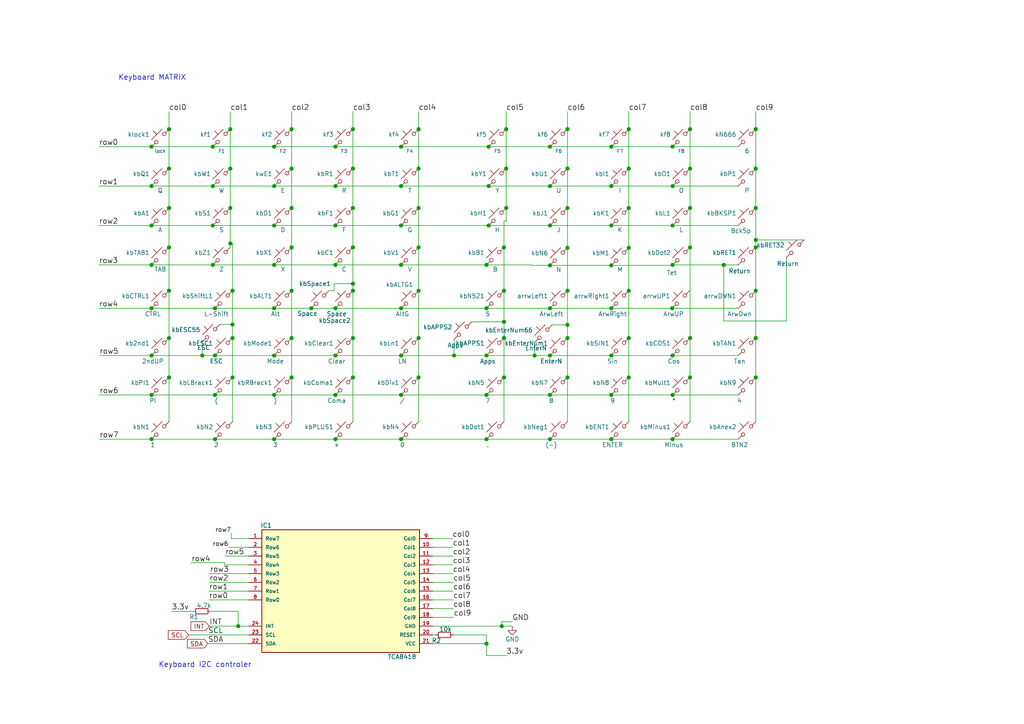
<source format=kicad_sch>
(kicad_sch (version 20200828) (generator eeschema)

  (page 1 1)

  (paper "A4")

  (title_block
    (title "RASP-TI92")
    (date "2020-10-20")
    (rev "0.2")
    (company "Dr CADIC Philippe")
  )

  (lib_symbols
    (symbol "Device:R_Small" (pin_numbers hide) (pin_names (offset 0.254) hide) (in_bom yes) (on_board yes)
      (property "Reference" "R" (id 0) (at 0.762 0.508 0)
        (effects (font (size 1.27 1.27)) (justify left))
      )
      (property "Value" "R_Small" (id 1) (at 0.762 -1.016 0)
        (effects (font (size 1.27 1.27)) (justify left))
      )
      (property "Footprint" "" (id 2) (at 0 0 0)
        (effects (font (size 1.27 1.27)) hide)
      )
      (property "Datasheet" "~" (id 3) (at 0 0 0)
        (effects (font (size 1.27 1.27)) hide)
      )
      (property "ki_keywords" "R resistor" (id 4) (at 0 0 0)
        (effects (font (size 1.27 1.27)) hide)
      )
      (property "ki_description" "Resistor, small symbol" (id 5) (at 0 0 0)
        (effects (font (size 1.27 1.27)) hide)
      )
      (property "ki_fp_filters" "R_*" (id 6) (at 0 0 0)
        (effects (font (size 1.27 1.27)) hide)
      )
      (symbol "R_Small_0_1"
        (rectangle (start -0.762 1.778) (end 0.762 -1.778)
          (stroke (width 0.2032)) (fill (type none))
        )
      )
      (symbol "R_Small_1_1"
        (pin passive line (at 0 2.54 270) (length 0.762)
          (name "~" (effects (font (size 1.27 1.27))))
          (number "1" (effects (font (size 1.27 1.27))))
        )
        (pin passive line (at 0 -2.54 90) (length 0.762)
          (name "~" (effects (font (size 1.27 1.27))))
          (number "2" (effects (font (size 1.27 1.27))))
        )
      )
    )
    (symbol "kb5-rescue:SW_Push_45deg-sw_push_45deg-ESP32-S2-WROOM-rescue" (pin_numbers hide) (pin_names (offset 1.016) hide) (in_bom yes) (on_board yes)
      (property "Reference" "SW" (id 0) (at 3.048 1.016 0)
        (effects (font (size 1.27 1.27)) (justify left))
      )
      (property "Value" "SW_Push_45deg-sw_push_45deg-ESP32-S2-WROOM-rescue" (id 1) (at 0 -3.81 0)
        (effects (font (size 1.27 1.27)))
      )
      (property "Footprint" "" (id 2) (at 0 0 0)
        (effects (font (size 1.27 1.27)) hide)
      )
      (property "Datasheet" "" (id 3) (at 0 0 0)
        (effects (font (size 1.27 1.27)) hide)
      )
      (symbol "SW_Push_45deg-sw_push_45deg-ESP32-S2-WROOM-rescue_0_1"
        (circle (center -1.1684 1.1684) (radius 0.508) (stroke (width 0)) (fill (type none)))
        (circle (center 1.143 -1.1938) (radius 0.508) (stroke (width 0)) (fill (type none)))
        (polyline
          (pts
            (xy -0.508 2.54)
            (xy 2.54 -0.508)
          )
          (stroke (width 0)) (fill (type none))
        )
        (polyline
          (pts
            (xy 1.016 1.016)
            (xy 2.032 2.032)
          )
          (stroke (width 0)) (fill (type none))
        )
        (polyline
          (pts
            (xy -2.54 2.54)
            (xy -1.524 1.524)
            (xy -1.524 1.524)
          )
          (stroke (width 0)) (fill (type none))
        )
        (polyline
          (pts
            (xy 1.524 -1.524)
            (xy 2.54 -2.54)
            (xy 2.54 -2.54)
            (xy 2.54 -2.54)
          )
          (stroke (width 0)) (fill (type none))
        )
        (pin passive line (at -2.54 2.54 0) (length 0)
          (name "1" (effects (font (size 1.27 1.27))))
          (number "1" (effects (font (size 1.27 1.27))))
        )
        (pin passive line (at 2.54 -2.54 180) (length 0)
          (name "2" (effects (font (size 1.27 1.27))))
          (number "2" (effects (font (size 1.27 1.27))))
        )
      )
    )
    (symbol "kb5-rescue:TCA8418-tca8418-ESP32-S2-WROOM-rescue" (pin_names (offset 1.016)) (in_bom yes) (on_board yes)
      (property "Reference" "IC" (id 0) (at -21.59 19.05 0)
        (effects (font (size 1.27 1.27)))
      )
      (property "Value" "TCA8418-tca8418-ESP32-S2-WROOM-rescue" (id 1) (at 17.78 -19.05 0)
        (effects (font (size 1.27 1.27)))
      )
      (property "Footprint" "WQFN24" (id 2) (at 0 0 0)
        (effects (font (size 1.27 1.27) italic))
      )
      (property "Datasheet" "" (id 3) (at 0 0 0)
        (effects (font (size 1.27 1.27)))
      )
      (symbol "TCA8418-tca8418-ESP32-S2-WROOM-rescue_0_1"
        (rectangle (start 22.86 17.78) (end -22.86 -17.78)
          (stroke (width 0.254)) (fill (type background))
        )
      )
      (symbol "TCA8418-tca8418-ESP32-S2-WROOM-rescue_1_1"
        (pin unspecified line (at -26.67 15.24 0) (length 3.81)
          (name "Row7" (effects (font (size 1.016 1.016))))
          (number "1" (effects (font (size 1.016 1.016))))
        )
        (pin bidirectional line (at 26.67 12.7 180) (length 3.81)
          (name "Col1" (effects (font (size 1.016 1.016))))
          (number "10" (effects (font (size 1.016 1.016))))
        )
        (pin bidirectional line (at 26.67 10.16 180) (length 3.81)
          (name "Col2" (effects (font (size 1.016 1.016))))
          (number "11" (effects (font (size 1.016 1.016))))
        )
        (pin bidirectional line (at 26.67 7.62 180) (length 3.81)
          (name "Col3" (effects (font (size 1.016 1.016))))
          (number "12" (effects (font (size 1.016 1.016))))
        )
        (pin bidirectional line (at 26.67 5.08 180) (length 3.81)
          (name "Col4" (effects (font (size 1.016 1.016))))
          (number "13" (effects (font (size 1.016 1.016))))
        )
        (pin bidirectional line (at 26.67 2.54 180) (length 3.81)
          (name "Col5" (effects (font (size 1.016 1.016))))
          (number "14" (effects (font (size 1.016 1.016))))
        )
        (pin bidirectional line (at 26.67 0 180) (length 3.81)
          (name "Col6" (effects (font (size 1.016 1.016))))
          (number "15" (effects (font (size 1.016 1.016))))
        )
        (pin bidirectional line (at 26.67 -2.54 180) (length 3.81)
          (name "Col7" (effects (font (size 1.016 1.016))))
          (number "16" (effects (font (size 1.016 1.016))))
        )
        (pin bidirectional line (at 26.67 -5.08 180) (length 3.81)
          (name "Col8" (effects (font (size 1.016 1.016))))
          (number "17" (effects (font (size 1.016 1.016))))
        )
        (pin bidirectional line (at 26.67 -7.62 180) (length 3.81)
          (name "Col9" (effects (font (size 1.016 1.016))))
          (number "18" (effects (font (size 1.016 1.016))))
        )
        (pin bidirectional line (at 26.67 -10.16 180) (length 3.81)
          (name "GND" (effects (font (size 1.016 1.016))))
          (number "19" (effects (font (size 1.016 1.016))))
        )
        (pin unspecified line (at -26.67 12.7 0) (length 3.81)
          (name "Row6" (effects (font (size 1.016 1.016))))
          (number "2" (effects (font (size 1.016 1.016))))
        )
        (pin bidirectional line (at 26.67 -12.7 180) (length 3.81)
          (name "RESET" (effects (font (size 1.016 1.016))))
          (number "20" (effects (font (size 1.016 1.016))))
        )
        (pin bidirectional line (at 26.67 -15.24 180) (length 3.81)
          (name "VCC" (effects (font (size 1.016 1.016))))
          (number "21" (effects (font (size 1.016 1.016))))
        )
        (pin power_in line (at -26.67 -15.24 0) (length 3.81)
          (name "SDA" (effects (font (size 1.016 1.016))))
          (number "22" (effects (font (size 1.016 1.016))))
        )
        (pin power_in line (at -26.67 -12.7 0) (length 3.81)
          (name "SCL" (effects (font (size 1.016 1.016))))
          (number "23" (effects (font (size 1.016 1.016))))
        )
        (pin power_in line (at -26.67 -10.16 0) (length 3.81)
          (name "INT" (effects (font (size 1.016 1.016))))
          (number "24" (effects (font (size 1.016 1.016))))
        )
        (pin unspecified line (at -26.67 10.16 0) (length 3.81)
          (name "Row5" (effects (font (size 1.016 1.016))))
          (number "3" (effects (font (size 1.016 1.016))))
        )
        (pin unspecified line (at -26.67 7.62 0) (length 3.81)
          (name "Row4" (effects (font (size 1.016 1.016))))
          (number "4" (effects (font (size 1.016 1.016))))
        )
        (pin unspecified line (at -26.67 5.08 0) (length 3.81)
          (name "Row3" (effects (font (size 1.016 1.016))))
          (number "5" (effects (font (size 1.016 1.016))))
        )
        (pin unspecified line (at -26.67 2.54 0) (length 3.81)
          (name "Row2" (effects (font (size 1.016 1.016))))
          (number "6" (effects (font (size 1.016 1.016))))
        )
        (pin unspecified line (at -26.67 0 0) (length 3.81)
          (name "Row1" (effects (font (size 1.016 1.016))))
          (number "7" (effects (font (size 1.016 1.016))))
        )
        (pin unspecified line (at -26.67 -2.54 0) (length 3.81)
          (name "Row0" (effects (font (size 1.016 1.016))))
          (number "8" (effects (font (size 1.016 1.016))))
        )
        (pin bidirectional line (at 26.67 15.24 180) (length 3.81)
          (name "Col0" (effects (font (size 1.016 1.016))))
          (number "9" (effects (font (size 1.016 1.016))))
        )
      )
    )
    (symbol "power:GND" (power) (pin_names (offset 0)) (in_bom yes) (on_board yes)
      (property "Reference" "#PWR" (id 0) (at 0 -6.35 0)
        (effects (font (size 1.27 1.27)) hide)
      )
      (property "Value" "GND" (id 1) (at 0 -3.81 0)
        (effects (font (size 1.27 1.27)))
      )
      (property "Footprint" "" (id 2) (at 0 0 0)
        (effects (font (size 1.27 1.27)) hide)
      )
      (property "Datasheet" "" (id 3) (at 0 0 0)
        (effects (font (size 1.27 1.27)) hide)
      )
      (property "ki_keywords" "power-flag" (id 4) (at 0 0 0)
        (effects (font (size 1.27 1.27)) hide)
      )
      (property "ki_description" "Power symbol creates a global label with name \"GND\" , ground" (id 5) (at 0 0 0)
        (effects (font (size 1.27 1.27)) hide)
      )
      (symbol "GND_0_1"
        (polyline
          (pts
            (xy 0 0)
            (xy 0 -1.27)
            (xy 1.27 -1.27)
            (xy 0 -2.54)
            (xy -1.27 -1.27)
            (xy 0 -1.27)
          )
          (stroke (width 0)) (fill (type none))
        )
      )
      (symbol "GND_1_1"
        (pin power_in line (at 0 0 270) (length 0) hide
          (name "GND" (effects (font (size 1.27 1.27))))
          (number "1" (effects (font (size 1.27 1.27))))
        )
      )
    )
  )

  (junction (at 43.942 42.545) (diameter 1.016) (color 0 0 0 0))
  (junction (at 43.942 53.975) (diameter 1.016) (color 0 0 0 0))
  (junction (at 43.942 65.405) (diameter 1.016) (color 0 0 0 0))
  (junction (at 43.942 76.835) (diameter 1.016) (color 0 0 0 0))
  (junction (at 43.942 89.408) (diameter 1.016) (color 0 0 0 0))
  (junction (at 43.942 103.124) (diameter 1.016) (color 0 0 0 0))
  (junction (at 43.942 114.554) (diameter 1.016) (color 0 0 0 0))
  (junction (at 43.942 127.381) (diameter 1.016) (color 0 0 0 0))
  (junction (at 49.022 37.465) (diameter 1.016) (color 0 0 0 0))
  (junction (at 49.022 48.895) (diameter 1.016) (color 0 0 0 0))
  (junction (at 49.022 60.325) (diameter 1.016) (color 0 0 0 0))
  (junction (at 49.022 71.755) (diameter 1.016) (color 0 0 0 0))
  (junction (at 49.022 84.328) (diameter 1.016) (color 0 0 0 0))
  (junction (at 49.022 98.044) (diameter 1.016) (color 0 0 0 0))
  (junction (at 49.022 109.474) (diameter 1.016) (color 0 0 0 0))
  (junction (at 58.674 103.124) (diameter 1.016) (color 0 0 0 0))
  (junction (at 61.722 42.545) (diameter 1.016) (color 0 0 0 0))
  (junction (at 61.722 53.975) (diameter 1.016) (color 0 0 0 0))
  (junction (at 61.722 65.405) (diameter 1.016) (color 0 0 0 0))
  (junction (at 61.722 76.835) (diameter 1.016) (color 0 0 0 0))
  (junction (at 62.357 89.408) (diameter 1.016) (color 0 0 0 0))
  (junction (at 62.357 103.124) (diameter 1.016) (color 0 0 0 0))
  (junction (at 62.357 114.554) (diameter 1.016) (color 0 0 0 0))
  (junction (at 62.357 127.381) (diameter 1.016) (color 0 0 0 0))
  (junction (at 66.802 37.465) (diameter 1.016) (color 0 0 0 0))
  (junction (at 66.802 48.895) (diameter 1.016) (color 0 0 0 0))
  (junction (at 66.802 60.325) (diameter 1.016) (color 0 0 0 0))
  (junction (at 66.802 70.612) (diameter 1.016) (color 0 0 0 0))
  (junction (at 67.437 84.328) (diameter 1.016) (color 0 0 0 0))
  (junction (at 67.437 94.107) (diameter 1.016) (color 0 0 0 0))
  (junction (at 67.437 98.044) (diameter 1.016) (color 0 0 0 0))
  (junction (at 67.437 109.474) (diameter 1.016) (color 0 0 0 0))
  (junction (at 69.088 181.61) (diameter 1.016) (color 0 0 0 0))
  (junction (at 79.502 42.545) (diameter 1.016) (color 0 0 0 0))
  (junction (at 79.502 53.975) (diameter 1.016) (color 0 0 0 0))
  (junction (at 79.502 65.405) (diameter 1.016) (color 0 0 0 0))
  (junction (at 79.502 76.835) (diameter 1.016) (color 0 0 0 0))
  (junction (at 79.502 89.408) (diameter 1.016) (color 0 0 0 0))
  (junction (at 79.502 103.124) (diameter 1.016) (color 0 0 0 0))
  (junction (at 79.502 114.554) (diameter 1.016) (color 0 0 0 0))
  (junction (at 79.502 127.381) (diameter 1.016) (color 0 0 0 0))
  (junction (at 84.582 37.465) (diameter 1.016) (color 0 0 0 0))
  (junction (at 84.582 48.895) (diameter 1.016) (color 0 0 0 0))
  (junction (at 84.582 60.325) (diameter 1.016) (color 0 0 0 0))
  (junction (at 84.582 71.755) (diameter 1.016) (color 0 0 0 0))
  (junction (at 84.582 84.328) (diameter 1.016) (color 0 0 0 0))
  (junction (at 84.582 98.044) (diameter 1.016) (color 0 0 0 0))
  (junction (at 84.582 109.474) (diameter 1.016) (color 0 0 0 0))
  (junction (at 90.297 89.408) (diameter 1.016) (color 0 0 0 0))
  (junction (at 97.282 42.545) (diameter 1.016) (color 0 0 0 0))
  (junction (at 97.282 53.975) (diameter 1.016) (color 0 0 0 0))
  (junction (at 97.282 65.405) (diameter 1.016) (color 0 0 0 0))
  (junction (at 97.282 76.835) (diameter 1.016) (color 0 0 0 0))
  (junction (at 97.282 89.408) (diameter 1.016) (color 0 0 0 0))
  (junction (at 97.282 103.124) (diameter 1.016) (color 0 0 0 0))
  (junction (at 97.282 114.554) (diameter 1.016) (color 0 0 0 0))
  (junction (at 97.282 127.381) (diameter 1.016) (color 0 0 0 0))
  (junction (at 102.362 37.465) (diameter 1.016) (color 0 0 0 0))
  (junction (at 102.362 48.895) (diameter 1.016) (color 0 0 0 0))
  (junction (at 102.362 60.325) (diameter 1.016) (color 0 0 0 0))
  (junction (at 102.362 71.755) (diameter 1.016) (color 0 0 0 0))
  (junction (at 102.362 82.296) (diameter 1.016) (color 0 0 0 0))
  (junction (at 102.362 84.328) (diameter 1.016) (color 0 0 0 0))
  (junction (at 102.362 98.044) (diameter 1.016) (color 0 0 0 0))
  (junction (at 102.362 109.474) (diameter 1.016) (color 0 0 0 0))
  (junction (at 116.332 42.545) (diameter 1.016) (color 0 0 0 0))
  (junction (at 116.332 53.975) (diameter 1.016) (color 0 0 0 0))
  (junction (at 116.332 65.405) (diameter 1.016) (color 0 0 0 0))
  (junction (at 116.332 76.835) (diameter 1.016) (color 0 0 0 0))
  (junction (at 116.332 89.408) (diameter 1.016) (color 0 0 0 0))
  (junction (at 116.332 103.124) (diameter 1.016) (color 0 0 0 0))
  (junction (at 116.332 114.554) (diameter 1.016) (color 0 0 0 0))
  (junction (at 116.332 127.381) (diameter 1.016) (color 0 0 0 0))
  (junction (at 121.412 37.465) (diameter 1.016) (color 0 0 0 0))
  (junction (at 121.412 48.895) (diameter 1.016) (color 0 0 0 0))
  (junction (at 121.412 60.325) (diameter 1.016) (color 0 0 0 0))
  (junction (at 121.412 71.755) (diameter 1.016) (color 0 0 0 0))
  (junction (at 121.412 84.328) (diameter 1.016) (color 0 0 0 0))
  (junction (at 121.412 98.044) (diameter 1.016) (color 0 0 0 0))
  (junction (at 121.412 109.474) (diameter 1.016) (color 0 0 0 0))
  (junction (at 131.699 103.124) (diameter 1.016) (color 0 0 0 0))
  (junction (at 141.097 76.835) (diameter 1.016) (color 0 0 0 0))
  (junction (at 141.097 89.408) (diameter 1.016) (color 0 0 0 0))
  (junction (at 141.097 103.124) (diameter 1.016) (color 0 0 0 0))
  (junction (at 141.097 114.554) (diameter 1.016) (color 0 0 0 0))
  (junction (at 141.097 127.381) (diameter 1.016) (color 0 0 0 0))
  (junction (at 141.097 186.69) (diameter 1.016) (color 0 0 0 0))
  (junction (at 141.732 42.545) (diameter 1.016) (color 0 0 0 0))
  (junction (at 141.732 53.975) (diameter 1.016) (color 0 0 0 0))
  (junction (at 141.732 65.405) (diameter 1.016) (color 0 0 0 0))
  (junction (at 145.542 181.61) (diameter 1.016) (color 0 0 0 0))
  (junction (at 146.177 71.755) (diameter 1.016) (color 0 0 0 0))
  (junction (at 146.177 84.328) (diameter 1.016) (color 0 0 0 0))
  (junction (at 146.177 93.345) (diameter 1.016) (color 0 0 0 0))
  (junction (at 146.177 98.044) (diameter 1.016) (color 0 0 0 0))
  (junction (at 146.177 109.474) (diameter 1.016) (color 0 0 0 0))
  (junction (at 146.812 37.465) (diameter 1.016) (color 0 0 0 0))
  (junction (at 146.812 48.895) (diameter 1.016) (color 0 0 0 0))
  (junction (at 146.812 60.325) (diameter 1.016) (color 0 0 0 0))
  (junction (at 155.067 103.124) (diameter 1.016) (color 0 0 0 0))
  (junction (at 159.512 42.545) (diameter 1.016) (color 0 0 0 0))
  (junction (at 159.512 53.975) (diameter 1.016) (color 0 0 0 0))
  (junction (at 159.512 65.405) (diameter 1.016) (color 0 0 0 0))
  (junction (at 159.512 76.962) (diameter 1.016) (color 0 0 0 0))
  (junction (at 159.512 89.408) (diameter 1.016) (color 0 0 0 0))
  (junction (at 159.512 103.124) (diameter 1.016) (color 0 0 0 0))
  (junction (at 159.512 114.554) (diameter 1.016) (color 0 0 0 0))
  (junction (at 159.512 127.381) (diameter 1.016) (color 0 0 0 0))
  (junction (at 164.592 37.465) (diameter 1.016) (color 0 0 0 0))
  (junction (at 164.592 48.895) (diameter 1.016) (color 0 0 0 0))
  (junction (at 164.592 60.325) (diameter 1.016) (color 0 0 0 0))
  (junction (at 164.592 71.882) (diameter 1.016) (color 0 0 0 0))
  (junction (at 164.592 84.328) (diameter 1.016) (color 0 0 0 0))
  (junction (at 164.592 94.234) (diameter 1.016) (color 0 0 0 0))
  (junction (at 164.592 98.044) (diameter 1.016) (color 0 0 0 0))
  (junction (at 164.592 109.474) (diameter 1.016) (color 0 0 0 0))
  (junction (at 177.292 42.545) (diameter 1.016) (color 0 0 0 0))
  (junction (at 177.292 53.975) (diameter 1.016) (color 0 0 0 0))
  (junction (at 177.292 65.405) (diameter 1.016) (color 0 0 0 0))
  (junction (at 177.292 76.962) (diameter 1.016) (color 0 0 0 0))
  (junction (at 177.292 89.408) (diameter 1.016) (color 0 0 0 0))
  (junction (at 177.292 103.124) (diameter 1.016) (color 0 0 0 0))
  (junction (at 177.292 114.554) (diameter 1.016) (color 0 0 0 0))
  (junction (at 177.292 127.381) (diameter 1.016) (color 0 0 0 0))
  (junction (at 182.372 37.465) (diameter 1.016) (color 0 0 0 0))
  (junction (at 182.372 48.895) (diameter 1.016) (color 0 0 0 0))
  (junction (at 182.372 60.325) (diameter 1.016) (color 0 0 0 0))
  (junction (at 182.372 71.882) (diameter 1.016) (color 0 0 0 0))
  (junction (at 182.372 84.328) (diameter 1.016) (color 0 0 0 0))
  (junction (at 182.372 98.044) (diameter 1.016) (color 0 0 0 0))
  (junction (at 182.372 109.474) (diameter 1.016) (color 0 0 0 0))
  (junction (at 194.945 89.408) (diameter 1.016) (color 0 0 0 0))
  (junction (at 195.072 42.545) (diameter 1.016) (color 0 0 0 0))
  (junction (at 195.072 53.975) (diameter 1.016) (color 0 0 0 0))
  (junction (at 195.072 65.405) (diameter 1.016) (color 0 0 0 0))
  (junction (at 195.072 76.835) (diameter 1.016) (color 0 0 0 0))
  (junction (at 195.072 103.124) (diameter 1.016) (color 0 0 0 0))
  (junction (at 195.072 114.554) (diameter 1.016) (color 0 0 0 0))
  (junction (at 195.072 127.381) (diameter 1.016) (color 0 0 0 0))
  (junction (at 200.152 37.465) (diameter 1.016) (color 0 0 0 0))
  (junction (at 200.152 48.895) (diameter 1.016) (color 0 0 0 0))
  (junction (at 200.152 60.325) (diameter 1.016) (color 0 0 0 0))
  (junction (at 200.152 71.755) (diameter 1.016) (color 0 0 0 0))
  (junction (at 200.152 98.044) (diameter 1.016) (color 0 0 0 0))
  (junction (at 200.152 109.474) (diameter 1.016) (color 0 0 0 0))
  (junction (at 209.931 76.835) (diameter 1.016) (color 0 0 0 0))
  (junction (at 219.202 37.465) (diameter 1.016) (color 0 0 0 0))
  (junction (at 219.202 48.895) (diameter 1.016) (color 0 0 0 0))
  (junction (at 219.202 60.325) (diameter 1.016) (color 0 0 0 0))
  (junction (at 219.202 69.596) (diameter 1.016) (color 0 0 0 0))
  (junction (at 219.202 71.755) (diameter 1.016) (color 0 0 0 0))
  (junction (at 219.202 84.328) (diameter 1.016) (color 0 0 0 0))
  (junction (at 219.202 98.044) (diameter 1.016) (color 0 0 0 0))
  (junction (at 219.202 109.474) (diameter 1.016) (color 0 0 0 0))

  (wire (pts (xy 28.702 42.545) (xy 43.942 42.545))
    (stroke (width 0) (type solid) (color 0 0 0 0))
  )
  (wire (pts (xy 28.702 53.975) (xy 43.942 53.975))
    (stroke (width 0) (type solid) (color 0 0 0 0))
  )
  (wire (pts (xy 28.702 65.405) (xy 43.942 65.405))
    (stroke (width 0) (type solid) (color 0 0 0 0))
  )
  (wire (pts (xy 28.702 76.835) (xy 43.942 76.835))
    (stroke (width 0) (type solid) (color 0 0 0 0))
  )
  (wire (pts (xy 28.702 89.408) (xy 43.942 89.408))
    (stroke (width 0) (type solid) (color 0 0 0 0))
  )
  (wire (pts (xy 28.829 103.124) (xy 43.942 103.124))
    (stroke (width 0) (type solid) (color 0 0 0 0))
  )
  (wire (pts (xy 28.829 114.554) (xy 43.942 114.554))
    (stroke (width 0) (type solid) (color 0 0 0 0))
  )
  (wire (pts (xy 28.829 127.381) (xy 43.942 127.381))
    (stroke (width 0) (type solid) (color 0 0 0 0))
  )
  (wire (pts (xy 43.942 42.545) (xy 61.722 42.545))
    (stroke (width 0) (type solid) (color 0 0 0 0))
  )
  (wire (pts (xy 43.942 53.975) (xy 61.722 53.975))
    (stroke (width 0) (type solid) (color 0 0 0 0))
  )
  (wire (pts (xy 43.942 65.405) (xy 61.722 65.405))
    (stroke (width 0) (type solid) (color 0 0 0 0))
  )
  (wire (pts (xy 43.942 76.835) (xy 61.722 76.835))
    (stroke (width 0) (type solid) (color 0 0 0 0))
  )
  (wire (pts (xy 43.942 89.408) (xy 62.357 89.408))
    (stroke (width 0) (type solid) (color 0 0 0 0))
  )
  (wire (pts (xy 43.942 103.124) (xy 58.674 103.124))
    (stroke (width 0) (type solid) (color 0 0 0 0))
  )
  (wire (pts (xy 43.942 114.554) (xy 62.357 114.554))
    (stroke (width 0) (type solid) (color 0 0 0 0))
  )
  (wire (pts (xy 43.942 127.381) (xy 62.357 127.381))
    (stroke (width 0) (type solid) (color 0 0 0 0))
  )
  (wire (pts (xy 49.022 32.385) (xy 49.022 37.465))
    (stroke (width 0) (type solid) (color 0 0 0 0))
  )
  (wire (pts (xy 49.022 37.465) (xy 49.022 48.895))
    (stroke (width 0) (type solid) (color 0 0 0 0))
  )
  (wire (pts (xy 49.022 48.895) (xy 49.022 60.325))
    (stroke (width 0) (type solid) (color 0 0 0 0))
  )
  (wire (pts (xy 49.022 60.325) (xy 49.022 71.755))
    (stroke (width 0) (type solid) (color 0 0 0 0))
  )
  (wire (pts (xy 49.022 71.755) (xy 49.022 84.328))
    (stroke (width 0) (type solid) (color 0 0 0 0))
  )
  (wire (pts (xy 49.022 84.328) (xy 49.022 98.044))
    (stroke (width 0) (type solid) (color 0 0 0 0))
  )
  (wire (pts (xy 49.022 98.044) (xy 49.022 109.474))
    (stroke (width 0) (type solid) (color 0 0 0 0))
  )
  (wire (pts (xy 49.022 109.474) (xy 49.022 122.301))
    (stroke (width 0) (type solid) (color 0 0 0 0))
  )
  (wire (pts (xy 54.737 184.15) (xy 72.136 184.15))
    (stroke (width 0) (type solid) (color 0 0 0 0))
  )
  (wire (pts (xy 55.499 163.195) (xy 55.499 163.322))
    (stroke (width 0) (type solid) (color 0 0 0 0))
  )
  (wire (pts (xy 56.007 177.292) (xy 49.784 177.292))
    (stroke (width 0) (type solid) (color 0 0 0 0))
  )
  (wire (pts (xy 58.674 99.187) (xy 58.674 103.124))
    (stroke (width 0) (type solid) (color 0 0 0 0))
  )
  (wire (pts (xy 58.674 103.124) (xy 62.357 103.124))
    (stroke (width 0) (type solid) (color 0 0 0 0))
  )
  (wire (pts (xy 60.706 181.61) (xy 69.088 181.61))
    (stroke (width 0) (type solid) (color 0 0 0 0))
  )
  (wire (pts (xy 61.087 177.292) (xy 69.088 177.292))
    (stroke (width 0) (type solid) (color 0 0 0 0))
  )
  (wire (pts (xy 61.722 42.545) (xy 79.502 42.545))
    (stroke (width 0) (type solid) (color 0 0 0 0))
  )
  (wire (pts (xy 61.722 53.975) (xy 79.502 53.975))
    (stroke (width 0) (type solid) (color 0 0 0 0))
  )
  (wire (pts (xy 61.722 65.405) (xy 79.502 65.405))
    (stroke (width 0) (type solid) (color 0 0 0 0))
  )
  (wire (pts (xy 61.722 76.835) (xy 79.502 76.835))
    (stroke (width 0) (type solid) (color 0 0 0 0))
  )
  (wire (pts (xy 62.357 89.408) (xy 79.502 89.408))
    (stroke (width 0) (type solid) (color 0 0 0 0))
  )
  (wire (pts (xy 62.357 103.124) (xy 79.502 103.124))
    (stroke (width 0) (type solid) (color 0 0 0 0))
  )
  (wire (pts (xy 62.357 114.554) (xy 79.502 114.554))
    (stroke (width 0) (type solid) (color 0 0 0 0))
  )
  (wire (pts (xy 62.357 127.381) (xy 79.502 127.381))
    (stroke (width 0) (type solid) (color 0 0 0 0))
  )
  (wire (pts (xy 63.754 94.107) (xy 67.437 94.107))
    (stroke (width 0) (type solid) (color 0 0 0 0))
  )
  (wire (pts (xy 65.151 163.195) (xy 55.499 163.195))
    (stroke (width 0) (type solid) (color 0 0 0 0))
  )
  (wire (pts (xy 65.151 163.83) (xy 65.151 163.195))
    (stroke (width 0) (type solid) (color 0 0 0 0))
  )
  (wire (pts (xy 65.278 161.29) (xy 72.136 161.29))
    (stroke (width 0) (type solid) (color 0 0 0 0))
  )
  (wire (pts (xy 66.802 32.385) (xy 66.802 37.465))
    (stroke (width 0) (type solid) (color 0 0 0 0))
  )
  (wire (pts (xy 66.802 37.465) (xy 66.802 48.895))
    (stroke (width 0) (type solid) (color 0 0 0 0))
  )
  (wire (pts (xy 66.802 48.895) (xy 66.802 60.325))
    (stroke (width 0) (type solid) (color 0 0 0 0))
  )
  (wire (pts (xy 66.802 60.325) (xy 66.802 70.612))
    (stroke (width 0) (type solid) (color 0 0 0 0))
  )
  (wire (pts (xy 66.802 70.612) (xy 66.802 71.755))
    (stroke (width 0) (type solid) (color 0 0 0 0))
  )
  (wire (pts (xy 66.802 70.612) (xy 67.437 70.612))
    (stroke (width 0) (type solid) (color 0 0 0 0))
  )
  (wire (pts (xy 67.056 156.21) (xy 67.056 154.686))
    (stroke (width 0) (type solid) (color 0 0 0 0))
  )
  (wire (pts (xy 67.056 156.21) (xy 72.136 156.21))
    (stroke (width 0) (type solid) (color 0 0 0 0))
  )
  (wire (pts (xy 67.437 70.612) (xy 67.437 84.328))
    (stroke (width 0) (type solid) (color 0 0 0 0))
  )
  (wire (pts (xy 67.437 84.328) (xy 67.437 94.107))
    (stroke (width 0) (type solid) (color 0 0 0 0))
  )
  (wire (pts (xy 67.437 94.107) (xy 67.437 98.044))
    (stroke (width 0) (type solid) (color 0 0 0 0))
  )
  (wire (pts (xy 67.437 98.044) (xy 67.437 109.474))
    (stroke (width 0) (type solid) (color 0 0 0 0))
  )
  (wire (pts (xy 67.437 109.474) (xy 67.437 122.301))
    (stroke (width 0) (type solid) (color 0 0 0 0))
  )
  (wire (pts (xy 69.088 177.292) (xy 69.088 181.61))
    (stroke (width 0) (type solid) (color 0 0 0 0))
  )
  (wire (pts (xy 69.088 181.61) (xy 72.136 181.61))
    (stroke (width 0) (type solid) (color 0 0 0 0))
  )
  (wire (pts (xy 72.136 158.75) (xy 66.294 158.75))
    (stroke (width 0) (type solid) (color 0 0 0 0))
  )
  (wire (pts (xy 72.136 163.83) (xy 65.151 163.83))
    (stroke (width 0) (type solid) (color 0 0 0 0))
  )
  (wire (pts (xy 72.136 166.37) (xy 60.833 166.37))
    (stroke (width 0) (type solid) (color 0 0 0 0))
  )
  (wire (pts (xy 72.136 168.91) (xy 60.706 168.91))
    (stroke (width 0) (type solid) (color 0 0 0 0))
  )
  (wire (pts (xy 72.136 171.45) (xy 60.579 171.45))
    (stroke (width 0) (type solid) (color 0 0 0 0))
  )
  (wire (pts (xy 72.136 173.99) (xy 60.579 173.99))
    (stroke (width 0) (type solid) (color 0 0 0 0))
  )
  (wire (pts (xy 72.136 186.69) (xy 60.325 186.69))
    (stroke (width 0) (type solid) (color 0 0 0 0))
  )
  (wire (pts (xy 79.502 42.545) (xy 97.282 42.545))
    (stroke (width 0) (type solid) (color 0 0 0 0))
  )
  (wire (pts (xy 79.502 53.975) (xy 97.282 53.975))
    (stroke (width 0) (type solid) (color 0 0 0 0))
  )
  (wire (pts (xy 79.502 65.405) (xy 97.282 65.405))
    (stroke (width 0) (type solid) (color 0 0 0 0))
  )
  (wire (pts (xy 79.502 76.835) (xy 97.282 76.835))
    (stroke (width 0) (type solid) (color 0 0 0 0))
  )
  (wire (pts (xy 79.502 89.408) (xy 90.297 89.408))
    (stroke (width 0) (type solid) (color 0 0 0 0))
  )
  (wire (pts (xy 79.502 103.124) (xy 97.282 103.124))
    (stroke (width 0) (type solid) (color 0 0 0 0))
  )
  (wire (pts (xy 79.502 114.554) (xy 97.282 114.554))
    (stroke (width 0) (type solid) (color 0 0 0 0))
  )
  (wire (pts (xy 79.502 127.381) (xy 97.282 127.381))
    (stroke (width 0) (type solid) (color 0 0 0 0))
  )
  (wire (pts (xy 84.582 32.385) (xy 84.582 37.465))
    (stroke (width 0) (type solid) (color 0 0 0 0))
  )
  (wire (pts (xy 84.582 37.465) (xy 84.582 48.895))
    (stroke (width 0) (type solid) (color 0 0 0 0))
  )
  (wire (pts (xy 84.582 48.895) (xy 84.582 60.325))
    (stroke (width 0) (type solid) (color 0 0 0 0))
  )
  (wire (pts (xy 84.582 60.325) (xy 84.582 71.755))
    (stroke (width 0) (type solid) (color 0 0 0 0))
  )
  (wire (pts (xy 84.582 71.755) (xy 84.582 84.328))
    (stroke (width 0) (type solid) (color 0 0 0 0))
  )
  (wire (pts (xy 84.582 84.328) (xy 84.582 98.044))
    (stroke (width 0) (type solid) (color 0 0 0 0))
  )
  (wire (pts (xy 84.582 98.044) (xy 84.582 109.474))
    (stroke (width 0) (type solid) (color 0 0 0 0))
  )
  (wire (pts (xy 84.582 109.474) (xy 84.582 122.301))
    (stroke (width 0) (type solid) (color 0 0 0 0))
  )
  (wire (pts (xy 90.297 89.408) (xy 97.282 89.408))
    (stroke (width 0) (type solid) (color 0 0 0 0))
  )
  (wire (pts (xy 95.377 84.328) (xy 96.901 84.328))
    (stroke (width 0) (type solid) (color 0 0 0 0))
  )
  (wire (pts (xy 96.901 82.296) (xy 102.362 82.296))
    (stroke (width 0) (type solid) (color 0 0 0 0))
  )
  (wire (pts (xy 96.901 84.328) (xy 96.901 82.296))
    (stroke (width 0) (type solid) (color 0 0 0 0))
  )
  (wire (pts (xy 97.282 42.545) (xy 116.332 42.545))
    (stroke (width 0) (type solid) (color 0 0 0 0))
  )
  (wire (pts (xy 97.282 53.975) (xy 116.332 53.975))
    (stroke (width 0) (type solid) (color 0 0 0 0))
  )
  (wire (pts (xy 97.282 65.405) (xy 116.332 65.405))
    (stroke (width 0) (type solid) (color 0 0 0 0))
  )
  (wire (pts (xy 97.282 76.835) (xy 116.332 76.835))
    (stroke (width 0) (type solid) (color 0 0 0 0))
  )
  (wire (pts (xy 97.282 89.408) (xy 116.332 89.408))
    (stroke (width 0) (type solid) (color 0 0 0 0))
  )
  (wire (pts (xy 97.282 103.124) (xy 116.332 103.124))
    (stroke (width 0) (type solid) (color 0 0 0 0))
  )
  (wire (pts (xy 97.282 114.554) (xy 116.332 114.554))
    (stroke (width 0) (type solid) (color 0 0 0 0))
  )
  (wire (pts (xy 97.282 127.381) (xy 116.332 127.381))
    (stroke (width 0) (type solid) (color 0 0 0 0))
  )
  (wire (pts (xy 102.362 32.385) (xy 102.362 37.465))
    (stroke (width 0) (type solid) (color 0 0 0 0))
  )
  (wire (pts (xy 102.362 37.465) (xy 102.362 48.895))
    (stroke (width 0) (type solid) (color 0 0 0 0))
  )
  (wire (pts (xy 102.362 48.895) (xy 102.362 60.325))
    (stroke (width 0) (type solid) (color 0 0 0 0))
  )
  (wire (pts (xy 102.362 60.325) (xy 102.362 71.755))
    (stroke (width 0) (type solid) (color 0 0 0 0))
  )
  (wire (pts (xy 102.362 71.755) (xy 102.362 82.296))
    (stroke (width 0) (type solid) (color 0 0 0 0))
  )
  (wire (pts (xy 102.362 82.296) (xy 102.362 84.328))
    (stroke (width 0) (type solid) (color 0 0 0 0))
  )
  (wire (pts (xy 102.362 84.328) (xy 102.362 98.044))
    (stroke (width 0) (type solid) (color 0 0 0 0))
  )
  (wire (pts (xy 102.362 98.044) (xy 102.362 109.474))
    (stroke (width 0) (type solid) (color 0 0 0 0))
  )
  (wire (pts (xy 102.362 109.474) (xy 102.362 122.301))
    (stroke (width 0) (type solid) (color 0 0 0 0))
  )
  (wire (pts (xy 116.332 42.545) (xy 141.732 42.545))
    (stroke (width 0) (type solid) (color 0 0 0 0))
  )
  (wire (pts (xy 116.332 53.975) (xy 141.732 53.975))
    (stroke (width 0) (type solid) (color 0 0 0 0))
  )
  (wire (pts (xy 116.332 65.405) (xy 141.732 65.405))
    (stroke (width 0) (type solid) (color 0 0 0 0))
  )
  (wire (pts (xy 116.332 76.835) (xy 141.097 76.835))
    (stroke (width 0) (type solid) (color 0 0 0 0))
  )
  (wire (pts (xy 116.332 89.408) (xy 141.097 89.408))
    (stroke (width 0) (type solid) (color 0 0 0 0))
  )
  (wire (pts (xy 116.332 103.124) (xy 131.699 103.124))
    (stroke (width 0) (type solid) (color 0 0 0 0))
  )
  (wire (pts (xy 116.332 114.554) (xy 141.097 114.554))
    (stroke (width 0) (type solid) (color 0 0 0 0))
  )
  (wire (pts (xy 116.332 127.381) (xy 141.097 127.381))
    (stroke (width 0) (type solid) (color 0 0 0 0))
  )
  (wire (pts (xy 121.412 32.385) (xy 121.412 37.465))
    (stroke (width 0) (type solid) (color 0 0 0 0))
  )
  (wire (pts (xy 121.412 37.465) (xy 121.412 48.895))
    (stroke (width 0) (type solid) (color 0 0 0 0))
  )
  (wire (pts (xy 121.412 48.895) (xy 121.412 60.325))
    (stroke (width 0) (type solid) (color 0 0 0 0))
  )
  (wire (pts (xy 121.412 60.325) (xy 121.412 71.755))
    (stroke (width 0) (type solid) (color 0 0 0 0))
  )
  (wire (pts (xy 121.412 71.755) (xy 121.412 84.328))
    (stroke (width 0) (type solid) (color 0 0 0 0))
  )
  (wire (pts (xy 121.412 84.328) (xy 121.412 98.044))
    (stroke (width 0) (type solid) (color 0 0 0 0))
  )
  (wire (pts (xy 121.412 98.044) (xy 121.412 109.474))
    (stroke (width 0) (type solid) (color 0 0 0 0))
  )
  (wire (pts (xy 121.412 109.474) (xy 121.412 122.301))
    (stroke (width 0) (type solid) (color 0 0 0 0))
  )
  (wire (pts (xy 125.476 156.21) (xy 131.191 156.21))
    (stroke (width 0) (type solid) (color 0 0 0 0))
  )
  (wire (pts (xy 125.476 158.75) (xy 131.318 158.75))
    (stroke (width 0) (type solid) (color 0 0 0 0))
  )
  (wire (pts (xy 125.476 161.29) (xy 131.318 161.29))
    (stroke (width 0) (type solid) (color 0 0 0 0))
  )
  (wire (pts (xy 125.476 163.83) (xy 131.318 163.83))
    (stroke (width 0) (type solid) (color 0 0 0 0))
  )
  (wire (pts (xy 125.476 166.37) (xy 131.318 166.37))
    (stroke (width 0) (type solid) (color 0 0 0 0))
  )
  (wire (pts (xy 125.476 168.91) (xy 131.445 168.91))
    (stroke (width 0) (type solid) (color 0 0 0 0))
  )
  (wire (pts (xy 125.476 171.45) (xy 131.445 171.45))
    (stroke (width 0) (type solid) (color 0 0 0 0))
  )
  (wire (pts (xy 125.476 173.99) (xy 131.445 173.99))
    (stroke (width 0) (type solid) (color 0 0 0 0))
  )
  (wire (pts (xy 125.476 176.53) (xy 131.445 176.53))
    (stroke (width 0) (type solid) (color 0 0 0 0))
  )
  (wire (pts (xy 125.476 179.07) (xy 131.572 179.07))
    (stroke (width 0) (type solid) (color 0 0 0 0))
  )
  (wire (pts (xy 125.476 181.61) (xy 145.542 181.61))
    (stroke (width 0) (type solid) (color 0 0 0 0))
  )
  (wire (pts (xy 125.476 184.15) (xy 126.365 184.15))
    (stroke (width 0) (type solid) (color 0 0 0 0))
  )
  (wire (pts (xy 125.476 186.69) (xy 141.097 186.69))
    (stroke (width 0) (type solid) (color 0 0 0 0))
  )
  (wire (pts (xy 131.445 184.15) (xy 141.097 184.15))
    (stroke (width 0) (type solid) (color 0 0 0 0))
  )
  (wire (pts (xy 131.699 98.425) (xy 131.699 103.124))
    (stroke (width 0) (type solid) (color 0 0 0 0))
  )
  (wire (pts (xy 131.699 103.124) (xy 141.097 103.124))
    (stroke (width 0) (type solid) (color 0 0 0 0))
  )
  (wire (pts (xy 136.779 93.345) (xy 146.177 93.345))
    (stroke (width 0) (type solid) (color 0 0 0 0))
  )
  (wire (pts (xy 141.097 76.835) (xy 154.051 76.835))
    (stroke (width 0) (type solid) (color 0 0 0 0))
  )
  (wire (pts (xy 141.097 89.408) (xy 159.512 89.408))
    (stroke (width 0) (type solid) (color 0 0 0 0))
  )
  (wire (pts (xy 141.097 103.124) (xy 155.067 103.124))
    (stroke (width 0) (type solid) (color 0 0 0 0))
  )
  (wire (pts (xy 141.097 114.554) (xy 159.512 114.554))
    (stroke (width 0) (type solid) (color 0 0 0 0))
  )
  (wire (pts (xy 141.097 127.381) (xy 159.512 127.381))
    (stroke (width 0) (type solid) (color 0 0 0 0))
  )
  (wire (pts (xy 141.097 184.15) (xy 141.097 186.69))
    (stroke (width 0) (type solid) (color 0 0 0 0))
  )
  (wire (pts (xy 141.097 186.69) (xy 141.097 190.119))
    (stroke (width 0) (type solid) (color 0 0 0 0))
  )
  (wire (pts (xy 141.097 190.119) (xy 146.812 190.119))
    (stroke (width 0) (type solid) (color 0 0 0 0))
  )
  (wire (pts (xy 141.732 42.545) (xy 159.512 42.545))
    (stroke (width 0) (type solid) (color 0 0 0 0))
  )
  (wire (pts (xy 141.732 53.975) (xy 159.512 53.975))
    (stroke (width 0) (type solid) (color 0 0 0 0))
  )
  (wire (pts (xy 141.732 65.405) (xy 159.512 65.405))
    (stroke (width 0) (type solid) (color 0 0 0 0))
  )
  (wire (pts (xy 145.542 180.34) (xy 145.542 181.61))
    (stroke (width 0) (type solid) (color 0 0 0 0))
  )
  (wire (pts (xy 145.542 181.61) (xy 148.59 181.61))
    (stroke (width 0) (type solid) (color 0 0 0 0))
  )
  (wire (pts (xy 146.177 64.135) (xy 146.177 71.755))
    (stroke (width 0) (type solid) (color 0 0 0 0))
  )
  (wire (pts (xy 146.177 71.755) (xy 146.177 84.328))
    (stroke (width 0) (type solid) (color 0 0 0 0))
  )
  (wire (pts (xy 146.177 84.328) (xy 146.177 93.345))
    (stroke (width 0) (type solid) (color 0 0 0 0))
  )
  (wire (pts (xy 146.177 93.345) (xy 146.177 98.044))
    (stroke (width 0) (type solid) (color 0 0 0 0))
  )
  (wire (pts (xy 146.177 98.044) (xy 146.177 109.474))
    (stroke (width 0) (type solid) (color 0 0 0 0))
  )
  (wire (pts (xy 146.177 109.474) (xy 146.177 122.301))
    (stroke (width 0) (type solid) (color 0 0 0 0))
  )
  (wire (pts (xy 146.812 32.385) (xy 146.812 37.465))
    (stroke (width 0) (type solid) (color 0 0 0 0))
  )
  (wire (pts (xy 146.812 37.465) (xy 146.812 48.895))
    (stroke (width 0) (type solid) (color 0 0 0 0))
  )
  (wire (pts (xy 146.812 48.895) (xy 146.812 60.325))
    (stroke (width 0) (type solid) (color 0 0 0 0))
  )
  (wire (pts (xy 146.812 60.325) (xy 146.812 64.135))
    (stroke (width 0) (type solid) (color 0 0 0 0))
  )
  (wire (pts (xy 146.812 64.135) (xy 146.177 64.135))
    (stroke (width 0) (type solid) (color 0 0 0 0))
  )
  (wire (pts (xy 148.59 180.34) (xy 145.542 180.34))
    (stroke (width 0) (type solid) (color 0 0 0 0))
  )
  (wire (pts (xy 154.051 76.835) (xy 154.051 76.962))
    (stroke (width 0) (type solid) (color 0 0 0 0))
  )
  (wire (pts (xy 154.051 76.962) (xy 159.512 76.962))
    (stroke (width 0) (type solid) (color 0 0 0 0))
  )
  (wire (pts (xy 155.067 99.314) (xy 155.067 103.124))
    (stroke (width 0) (type solid) (color 0 0 0 0))
  )
  (wire (pts (xy 155.067 103.124) (xy 159.512 103.124))
    (stroke (width 0) (type solid) (color 0 0 0 0))
  )
  (wire (pts (xy 159.512 42.545) (xy 177.292 42.545))
    (stroke (width 0) (type solid) (color 0 0 0 0))
  )
  (wire (pts (xy 159.512 53.975) (xy 177.292 53.975))
    (stroke (width 0) (type solid) (color 0 0 0 0))
  )
  (wire (pts (xy 159.512 65.405) (xy 177.292 65.405))
    (stroke (width 0) (type solid) (color 0 0 0 0))
  )
  (wire (pts (xy 159.512 76.962) (xy 177.292 76.962))
    (stroke (width 0) (type solid) (color 0 0 0 0))
  )
  (wire (pts (xy 159.512 89.408) (xy 177.292 89.408))
    (stroke (width 0) (type solid) (color 0 0 0 0))
  )
  (wire (pts (xy 159.512 103.124) (xy 177.292 103.124))
    (stroke (width 0) (type solid) (color 0 0 0 0))
  )
  (wire (pts (xy 159.512 114.554) (xy 177.292 114.554))
    (stroke (width 0) (type solid) (color 0 0 0 0))
  )
  (wire (pts (xy 159.512 127.381) (xy 177.292 127.381))
    (stroke (width 0) (type solid) (color 0 0 0 0))
  )
  (wire (pts (xy 160.147 94.234) (xy 164.592 94.234))
    (stroke (width 0) (type solid) (color 0 0 0 0))
  )
  (wire (pts (xy 164.592 32.385) (xy 164.592 37.465))
    (stroke (width 0) (type solid) (color 0 0 0 0))
  )
  (wire (pts (xy 164.592 37.465) (xy 164.592 48.895))
    (stroke (width 0) (type solid) (color 0 0 0 0))
  )
  (wire (pts (xy 164.592 48.895) (xy 164.592 60.325))
    (stroke (width 0) (type solid) (color 0 0 0 0))
  )
  (wire (pts (xy 164.592 60.325) (xy 164.592 71.882))
    (stroke (width 0) (type solid) (color 0 0 0 0))
  )
  (wire (pts (xy 164.592 71.882) (xy 164.592 84.328))
    (stroke (width 0) (type solid) (color 0 0 0 0))
  )
  (wire (pts (xy 164.592 84.328) (xy 164.592 94.234))
    (stroke (width 0) (type solid) (color 0 0 0 0))
  )
  (wire (pts (xy 164.592 94.234) (xy 164.592 98.044))
    (stroke (width 0) (type solid) (color 0 0 0 0))
  )
  (wire (pts (xy 164.592 98.044) (xy 164.592 109.474))
    (stroke (width 0) (type solid) (color 0 0 0 0))
  )
  (wire (pts (xy 164.592 109.474) (xy 164.592 122.301))
    (stroke (width 0) (type solid) (color 0 0 0 0))
  )
  (wire (pts (xy 177.292 42.545) (xy 195.072 42.545))
    (stroke (width 0) (type solid) (color 0 0 0 0))
  )
  (wire (pts (xy 177.292 53.975) (xy 195.072 53.975))
    (stroke (width 0) (type solid) (color 0 0 0 0))
  )
  (wire (pts (xy 177.292 65.405) (xy 195.072 65.405))
    (stroke (width 0) (type solid) (color 0 0 0 0))
  )
  (wire (pts (xy 177.292 76.962) (xy 195.072 76.962))
    (stroke (width 0) (type solid) (color 0 0 0 0))
  )
  (wire (pts (xy 177.292 89.408) (xy 194.945 89.408))
    (stroke (width 0) (type solid) (color 0 0 0 0))
  )
  (wire (pts (xy 177.292 103.124) (xy 195.072 103.124))
    (stroke (width 0) (type solid) (color 0 0 0 0))
  )
  (wire (pts (xy 177.292 114.554) (xy 195.072 114.554))
    (stroke (width 0) (type solid) (color 0 0 0 0))
  )
  (wire (pts (xy 177.292 127.381) (xy 195.072 127.381))
    (stroke (width 0) (type solid) (color 0 0 0 0))
  )
  (wire (pts (xy 182.372 32.385) (xy 182.372 37.465))
    (stroke (width 0) (type solid) (color 0 0 0 0))
  )
  (wire (pts (xy 182.372 37.465) (xy 182.372 48.895))
    (stroke (width 0) (type solid) (color 0 0 0 0))
  )
  (wire (pts (xy 182.372 48.895) (xy 182.372 60.325))
    (stroke (width 0) (type solid) (color 0 0 0 0))
  )
  (wire (pts (xy 182.372 60.325) (xy 182.372 71.882))
    (stroke (width 0) (type solid) (color 0 0 0 0))
  )
  (wire (pts (xy 182.372 71.882) (xy 182.372 84.328))
    (stroke (width 0) (type solid) (color 0 0 0 0))
  )
  (wire (pts (xy 182.372 84.328) (xy 182.372 98.044))
    (stroke (width 0) (type solid) (color 0 0 0 0))
  )
  (wire (pts (xy 182.372 98.044) (xy 182.372 109.474))
    (stroke (width 0) (type solid) (color 0 0 0 0))
  )
  (wire (pts (xy 182.372 109.474) (xy 182.372 122.301))
    (stroke (width 0) (type solid) (color 0 0 0 0))
  )
  (wire (pts (xy 194.945 89.408) (xy 214.122 89.408))
    (stroke (width 0) (type solid) (color 0 0 0 0))
  )
  (wire (pts (xy 195.072 42.545) (xy 214.122 42.545))
    (stroke (width 0) (type solid) (color 0 0 0 0))
  )
  (wire (pts (xy 195.072 53.975) (xy 214.122 53.975))
    (stroke (width 0) (type solid) (color 0 0 0 0))
  )
  (wire (pts (xy 195.072 65.405) (xy 214.122 65.405))
    (stroke (width 0) (type solid) (color 0 0 0 0))
  )
  (wire (pts (xy 195.072 76.835) (xy 209.931 76.835))
    (stroke (width 0) (type solid) (color 0 0 0 0))
  )
  (wire (pts (xy 195.072 76.962) (xy 195.072 76.835))
    (stroke (width 0) (type solid) (color 0 0 0 0))
  )
  (wire (pts (xy 195.072 103.124) (xy 214.122 103.124))
    (stroke (width 0) (type solid) (color 0 0 0 0))
  )
  (wire (pts (xy 195.072 114.554) (xy 214.122 114.554))
    (stroke (width 0) (type solid) (color 0 0 0 0))
  )
  (wire (pts (xy 195.072 127.381) (xy 214.122 127.381))
    (stroke (width 0) (type solid) (color 0 0 0 0))
  )
  (wire (pts (xy 200.152 32.385) (xy 200.152 37.465))
    (stroke (width 0) (type solid) (color 0 0 0 0))
  )
  (wire (pts (xy 200.152 37.465) (xy 200.152 48.895))
    (stroke (width 0) (type solid) (color 0 0 0 0))
  )
  (wire (pts (xy 200.152 48.895) (xy 200.152 60.325))
    (stroke (width 0) (type solid) (color 0 0 0 0))
  )
  (wire (pts (xy 200.152 60.325) (xy 200.152 71.755))
    (stroke (width 0) (type solid) (color 0 0 0 0))
  )
  (wire (pts (xy 200.152 71.755) (xy 200.152 98.044))
    (stroke (width 0) (type solid) (color 0 0 0 0))
  )
  (wire (pts (xy 200.152 98.044) (xy 200.152 109.474))
    (stroke (width 0) (type solid) (color 0 0 0 0))
  )
  (wire (pts (xy 200.152 109.474) (xy 200.152 122.301))
    (stroke (width 0) (type solid) (color 0 0 0 0))
  )
  (wire (pts (xy 209.931 76.835) (xy 209.931 93.091))
    (stroke (width 0) (type solid) (color 0 0 0 0))
  )
  (wire (pts (xy 209.931 76.835) (xy 214.122 76.835))
    (stroke (width 0) (type solid) (color 0 0 0 0))
  )
  (wire (pts (xy 209.931 93.091) (xy 228.092 93.091))
    (stroke (width 0) (type solid) (color 0 0 0 0))
  )
  (wire (pts (xy 219.202 32.385) (xy 219.202 37.465))
    (stroke (width 0) (type solid) (color 0 0 0 0))
  )
  (wire (pts (xy 219.202 37.465) (xy 219.202 48.895))
    (stroke (width 0) (type solid) (color 0 0 0 0))
  )
  (wire (pts (xy 219.202 48.895) (xy 219.202 60.325))
    (stroke (width 0) (type solid) (color 0 0 0 0))
  )
  (wire (pts (xy 219.202 60.325) (xy 219.202 69.596))
    (stroke (width 0) (type solid) (color 0 0 0 0))
  )
  (wire (pts (xy 219.202 69.596) (xy 219.202 71.755))
    (stroke (width 0) (type solid) (color 0 0 0 0))
  )
  (wire (pts (xy 219.202 69.596) (xy 233.172 69.596))
    (stroke (width 0) (type solid) (color 0 0 0 0))
  )
  (wire (pts (xy 219.202 71.755) (xy 219.202 84.328))
    (stroke (width 0) (type solid) (color 0 0 0 0))
  )
  (wire (pts (xy 219.202 84.328) (xy 219.202 98.044))
    (stroke (width 0) (type solid) (color 0 0 0 0))
  )
  (wire (pts (xy 219.202 98.044) (xy 219.202 109.474))
    (stroke (width 0) (type solid) (color 0 0 0 0))
  )
  (wire (pts (xy 219.202 109.474) (xy 219.202 122.301))
    (stroke (width 0) (type solid) (color 0 0 0 0))
  )
  (wire (pts (xy 228.092 93.091) (xy 228.092 74.676))
    (stroke (width 0) (type solid) (color 0 0 0 0))
  )

  (text "Keyboard MATRIX" (at 34.29 23.495 0)
    (effects (font (size 1.524 1.524)) (justify left bottom))
  )
  (text "Keyboard I2C controler" (at 45.974 193.802 0)
    (effects (font (size 1.524 1.524)) (justify left bottom))
  )

  (label "row0" (at 28.702 42.545 0)
    (effects (font (size 1.524 1.524)) (justify left bottom))
  )
  (label "row1" (at 28.702 53.975 0)
    (effects (font (size 1.524 1.524)) (justify left bottom))
  )
  (label "row2" (at 28.702 65.405 0)
    (effects (font (size 1.524 1.524)) (justify left bottom))
  )
  (label "row3" (at 28.702 76.835 0)
    (effects (font (size 1.524 1.524)) (justify left bottom))
  )
  (label "row4" (at 28.702 89.408 0)
    (effects (font (size 1.524 1.524)) (justify left bottom))
  )
  (label "row5" (at 28.829 103.124 0)
    (effects (font (size 1.524 1.524)) (justify left bottom))
  )
  (label "row6" (at 28.829 114.554 0)
    (effects (font (size 1.524 1.524)) (justify left bottom))
  )
  (label "row7" (at 28.829 127.381 0)
    (effects (font (size 1.524 1.524)) (justify left bottom))
  )
  (label "col0" (at 49.022 32.385 0)
    (effects (font (size 1.524 1.524)) (justify left bottom))
  )
  (label "3.3v" (at 49.784 177.292 0)
    (effects (font (size 1.524 1.524)) (justify left bottom))
  )
  (label "row4" (at 55.499 163.322 0)
    (effects (font (size 1.524 1.524)) (justify left bottom))
  )
  (label "SCL" (at 60.325 184.15 0)
    (effects (font (size 1.524 1.524)) (justify left bottom))
  )
  (label "SDA" (at 60.325 186.69 0)
    (effects (font (size 1.524 1.524)) (justify left bottom))
  )
  (label "row1" (at 60.579 171.45 0)
    (effects (font (size 1.524 1.524)) (justify left bottom))
  )
  (label "row0" (at 60.579 173.99 0)
    (effects (font (size 1.524 1.524)) (justify left bottom))
  )
  (label "row2" (at 60.706 168.91 0)
    (effects (font (size 1.524 1.524)) (justify left bottom))
  )
  (label "INT" (at 60.706 181.61 0)
    (effects (font (size 1.524 1.524)) (justify left bottom))
  )
  (label "row3" (at 60.833 166.37 0)
    (effects (font (size 1.524 1.524)) (justify left bottom))
  )
  (label "row5" (at 65.278 161.29 0)
    (effects (font (size 1.524 1.524)) (justify left bottom))
  )
  (label "row6" (at 66.294 158.75 180)
    (effects (font (size 1.27 1.27)) (justify right bottom))
  )
  (label "col1" (at 66.802 32.385 0)
    (effects (font (size 1.524 1.524)) (justify left bottom))
  )
  (label "row7" (at 67.056 154.686 180)
    (effects (font (size 1.27 1.27)) (justify right bottom))
  )
  (label "col2" (at 84.582 32.385 0)
    (effects (font (size 1.524 1.524)) (justify left bottom))
  )
  (label "col3" (at 102.362 32.385 0)
    (effects (font (size 1.524 1.524)) (justify left bottom))
  )
  (label "col4" (at 121.412 32.385 0)
    (effects (font (size 1.524 1.524)) (justify left bottom))
  )
  (label "col0" (at 131.191 156.21 0)
    (effects (font (size 1.524 1.524)) (justify left bottom))
  )
  (label "col1" (at 131.318 158.75 0)
    (effects (font (size 1.524 1.524)) (justify left bottom))
  )
  (label "col2" (at 131.318 161.29 0)
    (effects (font (size 1.524 1.524)) (justify left bottom))
  )
  (label "col3" (at 131.318 163.83 0)
    (effects (font (size 1.524 1.524)) (justify left bottom))
  )
  (label "col4" (at 131.318 166.37 0)
    (effects (font (size 1.524 1.524)) (justify left bottom))
  )
  (label "col5" (at 131.445 168.91 0)
    (effects (font (size 1.524 1.524)) (justify left bottom))
  )
  (label "col6" (at 131.445 171.45 0)
    (effects (font (size 1.524 1.524)) (justify left bottom))
  )
  (label "col7" (at 131.445 173.99 0)
    (effects (font (size 1.524 1.524)) (justify left bottom))
  )
  (label "col8" (at 131.445 176.53 0)
    (effects (font (size 1.524 1.524)) (justify left bottom))
  )
  (label "col9" (at 131.572 179.07 0)
    (effects (font (size 1.524 1.524)) (justify left bottom))
  )
  (label "col5" (at 146.812 32.385 0)
    (effects (font (size 1.524 1.524)) (justify left bottom))
  )
  (label "3.3v" (at 146.812 190.119 0)
    (effects (font (size 1.524 1.524)) (justify left bottom))
  )
  (label "GND" (at 148.59 180.34 0)
    (effects (font (size 1.524 1.524)) (justify left bottom))
  )
  (label "col6" (at 164.592 32.385 0)
    (effects (font (size 1.524 1.524)) (justify left bottom))
  )
  (label "col7" (at 182.372 32.385 0)
    (effects (font (size 1.524 1.524)) (justify left bottom))
  )
  (label "col8" (at 200.152 32.385 0)
    (effects (font (size 1.524 1.524)) (justify left bottom))
  )
  (label "col9" (at 219.202 32.385 0)
    (effects (font (size 1.524 1.524)) (justify left bottom))
  )

  (global_label "SCL" (shape input) (at 54.737 184.15 180)
    (effects (font (size 1.27 1.27)) (justify right))
  )
  (global_label "SDA" (shape input) (at 60.325 186.69 180)
    (effects (font (size 1.27 1.27)) (justify right))
  )
  (global_label "INT" (shape input) (at 60.706 181.61 180)
    (effects (font (size 1.27 1.27)) (justify right))
  )

  (symbol (lib_id "power:GND") (at 148.59 181.61 0) (unit 1)
    (in_bom yes) (on_board yes)
    (uuid "00000000-0000-0000-0000-00005f47e7d3")
    (property "Reference" "#PWR01" (id 0) (at 148.59 187.96 0)
      (effects (font (size 1.27 1.27)) hide)
    )
    (property "Value" "GND" (id 1) (at 148.59 185.42 0))
    (property "Footprint" "" (id 2) (at 148.59 181.61 0)
      (effects (font (size 1.27 1.27)) hide)
    )
    (property "Datasheet" "" (id 3) (at 148.59 181.61 0)
      (effects (font (size 1.27 1.27)) hide)
    )
  )

  (symbol (lib_id "Device:R_Small") (at 58.547 177.292 270) (unit 1)
    (in_bom yes) (on_board yes)
    (uuid "00000000-0000-0000-0000-00005f47e7f1")
    (property "Reference" "R1" (id 0) (at 54.864 178.943 90)
      (effects (font (size 1.27 1.27)) (justify left))
    )
    (property "Value" "4.7k" (id 1) (at 57.023 175.641 90)
      (effects (font (size 1.27 1.27)) (justify left))
    )
    (property "Footprint" "Resistor_SMD:R_0805_2012Metric_Pad1.15x1.40mm_HandSolder" (id 2) (at 58.547 177.292 0)
      (effects (font (size 1.27 1.27)) hide)
    )
    (property "Datasheet" "" (id 3) (at 58.547 177.292 0))
  )

  (symbol (lib_id "Device:R_Small") (at 128.905 184.15 270) (unit 1)
    (in_bom yes) (on_board yes)
    (uuid "00000000-0000-0000-0000-00005f47e7ea")
    (property "Reference" "R2" (id 0) (at 125.222 185.801 90)
      (effects (font (size 1.27 1.27)) (justify left))
    )
    (property "Value" "10k" (id 1) (at 127.381 182.499 90)
      (effects (font (size 1.27 1.27)) (justify left))
    )
    (property "Footprint" "Resistor_SMD:R_0805_2012Metric_Pad1.15x1.40mm_HandSolder" (id 2) (at 128.905 184.15 0)
      (effects (font (size 1.27 1.27)) hide)
    )
    (property "Datasheet" "" (id 3) (at 128.905 184.15 0))
  )

  (symbol (lib_id "kb5-rescue:SW_Push_45deg-sw_push_45deg-ESP32-S2-WROOM-rescue") (at 46.482 40.005 0) (mirror y) (unit 1)
    (in_bom yes) (on_board yes)
    (uuid "00000000-0000-0000-0000-00005f46a7c7")
    (property "Reference" "klock1" (id 0) (at 43.434 38.989 0)
      (effects (font (size 1.27 1.27)) (justify left))
    )
    (property "Value" "lock" (id 1) (at 46.482 43.815 0)
      (effects (font (size 1 1)))
    )
    (property "Footprint" "18650:Kbpad" (id 2) (at 46.482 40.005 0)
      (effects (font (size 1.27 1.27)) hide)
    )
    (property "Datasheet" "https://fr.aliexpress.com/item/32820232659.html Button 6*6*5" (id 3) (at 46.482 40.005 0)
      (effects (font (size 1.27 1.27)) hide)
    )
  )

  (symbol (lib_id "kb5-rescue:SW_Push_45deg-sw_push_45deg-ESP32-S2-WROOM-rescue") (at 46.482 51.435 0) (mirror y) (unit 1)
    (in_bom yes) (on_board yes)
    (uuid "00000000-0000-0000-0000-00005f46a7df")
    (property "Reference" "kbQ1" (id 0) (at 43.434 50.419 0)
      (effects (font (size 1.27 1.27)) (justify left))
    )
    (property "Value" "Q" (id 1) (at 46.482 55.245 0))
    (property "Footprint" "18650:Kbpad" (id 2) (at 46.482 51.435 0)
      (effects (font (size 1.27 1.27)) hide)
    )
    (property "Datasheet" "" (id 3) (at 46.482 51.435 0)
      (effects (font (size 1.27 1.27)) hide)
    )
  )

  (symbol (lib_id "kb5-rescue:SW_Push_45deg-sw_push_45deg-ESP32-S2-WROOM-rescue") (at 46.482 62.865 0) (mirror y) (unit 1)
    (in_bom yes) (on_board yes)
    (uuid "00000000-0000-0000-0000-00005f46a7f7")
    (property "Reference" "kbA1" (id 0) (at 43.434 61.849 0)
      (effects (font (size 1.27 1.27)) (justify left))
    )
    (property "Value" "A" (id 1) (at 46.482 66.675 0))
    (property "Footprint" "18650:Kbpad" (id 2) (at 46.482 62.865 0)
      (effects (font (size 1.27 1.27)) hide)
    )
    (property "Datasheet" "" (id 3) (at 46.482 62.865 0)
      (effects (font (size 1.27 1.27)) hide)
    )
  )

  (symbol (lib_id "kb5-rescue:SW_Push_45deg-sw_push_45deg-ESP32-S2-WROOM-rescue") (at 46.482 74.295 0) (mirror y) (unit 1)
    (in_bom yes) (on_board yes)
    (uuid "00000000-0000-0000-0000-00005f46a80f")
    (property "Reference" "kbTAB1" (id 0) (at 43.434 73.279 0)
      (effects (font (size 1.27 1.27)) (justify left))
    )
    (property "Value" "TAB" (id 1) (at 46.482 78.105 0))
    (property "Footprint" "18650:Kbpad" (id 2) (at 46.482 74.295 0)
      (effects (font (size 1.27 1.27)) hide)
    )
    (property "Datasheet" "" (id 3) (at 46.482 74.295 0)
      (effects (font (size 1.27 1.27)) hide)
    )
  )

  (symbol (lib_id "kb5-rescue:SW_Push_45deg-sw_push_45deg-ESP32-S2-WROOM-rescue") (at 46.482 86.868 0) (mirror y) (unit 1)
    (in_bom yes) (on_board yes)
    (uuid "00000000-0000-0000-0000-00005f46a970")
    (property "Reference" "kbCTRL1" (id 0) (at 43.434 85.852 0)
      (effects (font (size 1.27 1.27)) (justify left))
    )
    (property "Value" "CTRL" (id 1) (at 44.323 91.059 0))
    (property "Footprint" "18650:Kbpad" (id 2) (at 46.482 86.868 0)
      (effects (font (size 1.27 1.27)) hide)
    )
    (property "Datasheet" "" (id 3) (at 46.482 86.868 0)
      (effects (font (size 1.27 1.27)) hide)
    )
  )

  (symbol (lib_id "kb5-rescue:SW_Push_45deg-sw_push_45deg-ESP32-S2-WROOM-rescue") (at 46.482 100.584 0) (mirror y) (unit 1)
    (in_bom yes) (on_board yes)
    (uuid "00000000-0000-0000-0000-00005f46a9bf")
    (property "Reference" "kb2nd1" (id 0) (at 43.434 99.568 0)
      (effects (font (size 1.27 1.27)) (justify left))
    )
    (property "Value" "2ndUP" (id 1) (at 44.323 104.775 0))
    (property "Footprint" "18650:Kbpad" (id 2) (at 46.482 100.584 0)
      (effects (font (size 1.27 1.27)) hide)
    )
    (property "Datasheet" "" (id 3) (at 46.482 100.584 0)
      (effects (font (size 1.27 1.27)) hide)
    )
  )

  (symbol (lib_id "kb5-rescue:SW_Push_45deg-sw_push_45deg-ESP32-S2-WROOM-rescue") (at 46.482 112.014 0) (mirror y) (unit 1)
    (in_bom yes) (on_board yes)
    (uuid "b51d285d-9f54-4ee3-8580-514aa989aab3")
    (property "Reference" "kbPI1" (id 0) (at 43.434 110.998 0)
      (effects (font (size 1.27 1.27)) (justify left))
    )
    (property "Value" "PI" (id 1) (at 44.323 116.205 0))
    (property "Footprint" "18650:Kbpad" (id 2) (at 46.482 112.014 0)
      (effects (font (size 1.27 1.27)) hide)
    )
    (property "Datasheet" "" (id 3) (at 46.482 112.014 0)
      (effects (font (size 1.27 1.27)) hide)
    )
  )

  (symbol (lib_id "kb5-rescue:SW_Push_45deg-sw_push_45deg-ESP32-S2-WROOM-rescue") (at 46.482 124.841 0) (mirror y) (unit 1)
    (in_bom yes) (on_board yes)
    (uuid "6c5ff32e-d972-4e6e-bbc9-393cd1b0c4fa")
    (property "Reference" "kbN1" (id 0) (at 43.434 123.825 0)
      (effects (font (size 1.27 1.27)) (justify left))
    )
    (property "Value" "1" (id 1) (at 44.323 129.032 0))
    (property "Footprint" "18650:Kbpad" (id 2) (at 46.482 124.841 0)
      (effects (font (size 1.27 1.27)) hide)
    )
    (property "Datasheet" "" (id 3) (at 46.482 124.841 0)
      (effects (font (size 1.27 1.27)) hide)
    )
  )

  (symbol (lib_id "kb5-rescue:SW_Push_45deg-sw_push_45deg-ESP32-S2-WROOM-rescue") (at 61.214 96.647 0) (mirror y) (unit 1)
    (in_bom yes) (on_board yes)
    (uuid "23a88625-cc66-462d-8fad-370aad2a4ba6")
    (property "Reference" "kbESC55" (id 0) (at 58.166 95.631 0)
      (effects (font (size 1.27 1.27)) (justify left))
    )
    (property "Value" "ESC" (id 1) (at 59.055 100.838 0))
    (property "Footprint" "18650:Kbpad" (id 2) (at 61.214 96.647 0)
      (effects (font (size 1.27 1.27)) hide)
    )
    (property "Datasheet" "" (id 3) (at 61.214 96.647 0)
      (effects (font (size 1.27 1.27)) hide)
    )
  )

  (symbol (lib_id "kb5-rescue:SW_Push_45deg-sw_push_45deg-ESP32-S2-WROOM-rescue") (at 64.262 40.005 0) (mirror y) (unit 1)
    (in_bom yes) (on_board yes)
    (uuid "00000000-0000-0000-0000-00005f46a7cd")
    (property "Reference" "kf1" (id 0) (at 61.214 38.989 0)
      (effects (font (size 1.27 1.27)) (justify left))
    )
    (property "Value" "F1" (id 1) (at 64.262 43.815 0)
      (effects (font (size 1 1)))
    )
    (property "Footprint" "18650:Kbpad" (id 2) (at 64.262 40.005 0)
      (effects (font (size 1.27 1.27)) hide)
    )
    (property "Datasheet" "" (id 3) (at 64.262 40.005 0)
      (effects (font (size 1.27 1.27)) hide)
    )
  )

  (symbol (lib_id "kb5-rescue:SW_Push_45deg-sw_push_45deg-ESP32-S2-WROOM-rescue") (at 64.262 51.435 0) (mirror y) (unit 1)
    (in_bom yes) (on_board yes)
    (uuid "00000000-0000-0000-0000-00005f46a7e5")
    (property "Reference" "kbW1" (id 0) (at 61.214 50.419 0)
      (effects (font (size 1.27 1.27)) (justify left))
    )
    (property "Value" "W" (id 1) (at 64.262 55.245 0))
    (property "Footprint" "18650:Kbpad" (id 2) (at 64.262 51.435 0)
      (effects (font (size 1.27 1.27)) hide)
    )
    (property "Datasheet" "" (id 3) (at 64.262 51.435 0)
      (effects (font (size 1.27 1.27)) hide)
    )
  )

  (symbol (lib_id "kb5-rescue:SW_Push_45deg-sw_push_45deg-ESP32-S2-WROOM-rescue") (at 64.262 62.865 0) (mirror y) (unit 1)
    (in_bom yes) (on_board yes)
    (uuid "00000000-0000-0000-0000-00005f46a7fd")
    (property "Reference" "kbS1" (id 0) (at 61.214 61.849 0)
      (effects (font (size 1.27 1.27)) (justify left))
    )
    (property "Value" "S" (id 1) (at 64.262 66.675 0))
    (property "Footprint" "18650:Kbpad" (id 2) (at 64.262 62.865 0)
      (effects (font (size 1.27 1.27)) hide)
    )
    (property "Datasheet" "" (id 3) (at 64.262 62.865 0)
      (effects (font (size 1.27 1.27)) hide)
    )
  )

  (symbol (lib_id "kb5-rescue:SW_Push_45deg-sw_push_45deg-ESP32-S2-WROOM-rescue") (at 64.262 74.295 0) (mirror y) (unit 1)
    (in_bom yes) (on_board yes)
    (uuid "00000000-0000-0000-0000-00005f46a815")
    (property "Reference" "kbZ1" (id 0) (at 61.214 73.279 0)
      (effects (font (size 1.27 1.27)) (justify left))
    )
    (property "Value" "Z" (id 1) (at 64.262 78.105 0))
    (property "Footprint" "18650:Kbpad" (id 2) (at 64.262 74.295 0)
      (effects (font (size 1.27 1.27)) hide)
    )
    (property "Datasheet" "" (id 3) (at 64.262 74.295 0)
      (effects (font (size 1.27 1.27)) hide)
    )
  )

  (symbol (lib_id "kb5-rescue:SW_Push_45deg-sw_push_45deg-ESP32-S2-WROOM-rescue") (at 64.897 86.868 0) (mirror y) (unit 1)
    (in_bom yes) (on_board yes)
    (uuid "00000000-0000-0000-0000-00005f46a976")
    (property "Reference" "kbShiftL1" (id 0) (at 61.849 85.852 0)
      (effects (font (size 1.27 1.27)) (justify left))
    )
    (property "Value" "L-Shift" (id 1) (at 62.738 91.059 0))
    (property "Footprint" "18650:Kbpad" (id 2) (at 64.897 86.868 0)
      (effects (font (size 1.27 1.27)) hide)
    )
    (property "Datasheet" "" (id 3) (at 64.897 86.868 0)
      (effects (font (size 1.27 1.27)) hide)
    )
  )

  (symbol (lib_id "kb5-rescue:SW_Push_45deg-sw_push_45deg-ESP32-S2-WROOM-rescue") (at 64.897 100.584 0) (mirror y) (unit 1)
    (in_bom yes) (on_board yes)
    (uuid "00000000-0000-0000-0000-00005f46a9c8")
    (property "Reference" "kbESC1" (id 0) (at 61.849 99.568 0)
      (effects (font (size 1.27 1.27)) (justify left))
    )
    (property "Value" "ESC" (id 1) (at 62.738 104.775 0))
    (property "Footprint" "18650:Kbpad" (id 2) (at 64.897 100.584 0)
      (effects (font (size 1.27 1.27)) hide)
    )
    (property "Datasheet" "" (id 3) (at 64.897 100.584 0)
      (effects (font (size 1.27 1.27)) hide)
    )
  )

  (symbol (lib_id "kb5-rescue:SW_Push_45deg-sw_push_45deg-ESP32-S2-WROOM-rescue") (at 64.897 112.014 0) (mirror y) (unit 1)
    (in_bom yes) (on_board yes)
    (uuid "74635f88-c0b1-4885-97af-5b696c147891")
    (property "Reference" "kbLBrack1" (id 0) (at 61.849 110.998 0)
      (effects (font (size 1.27 1.27)) (justify left))
    )
    (property "Value" "(" (id 1) (at 62.738 116.205 0))
    (property "Footprint" "18650:Kbpad" (id 2) (at 64.897 112.014 0)
      (effects (font (size 1.27 1.27)) hide)
    )
    (property "Datasheet" "" (id 3) (at 64.897 112.014 0)
      (effects (font (size 1.27 1.27)) hide)
    )
  )

  (symbol (lib_id "kb5-rescue:SW_Push_45deg-sw_push_45deg-ESP32-S2-WROOM-rescue") (at 64.897 124.841 0) (mirror y) (unit 1)
    (in_bom yes) (on_board yes)
    (uuid "decbf3d8-a7cb-416a-8eab-8d8c11da5ce6")
    (property "Reference" "kbN2" (id 0) (at 61.849 123.825 0)
      (effects (font (size 1.27 1.27)) (justify left))
    )
    (property "Value" "2" (id 1) (at 62.738 129.032 0))
    (property "Footprint" "18650:Kbpad" (id 2) (at 64.897 124.841 0)
      (effects (font (size 1.27 1.27)) hide)
    )
    (property "Datasheet" "" (id 3) (at 64.897 124.841 0)
      (effects (font (size 1.27 1.27)) hide)
    )
  )

  (symbol (lib_id "kb5-rescue:SW_Push_45deg-sw_push_45deg-ESP32-S2-WROOM-rescue") (at 82.042 40.005 0) (mirror y) (unit 1)
    (in_bom yes) (on_board yes)
    (uuid "00000000-0000-0000-0000-00005f46a7d3")
    (property "Reference" "kf2" (id 0) (at 78.994 38.989 0)
      (effects (font (size 1.27 1.27)) (justify left))
    )
    (property "Value" "F2" (id 1) (at 82.042 43.815 0)
      (effects (font (size 1 1)))
    )
    (property "Footprint" "18650:Kbpad" (id 2) (at 82.042 40.005 0)
      (effects (font (size 1.27 1.27)) hide)
    )
    (property "Datasheet" "" (id 3) (at 82.042 40.005 0)
      (effects (font (size 1.27 1.27)) hide)
    )
  )

  (symbol (lib_id "kb5-rescue:SW_Push_45deg-sw_push_45deg-ESP32-S2-WROOM-rescue") (at 82.042 51.435 0) (mirror y) (unit 1)
    (in_bom yes) (on_board yes)
    (uuid "00000000-0000-0000-0000-00005f46a7eb")
    (property "Reference" "kwE1" (id 0) (at 78.994 50.419 0)
      (effects (font (size 1.27 1.27)) (justify left))
    )
    (property "Value" "E" (id 1) (at 82.042 55.245 0))
    (property "Footprint" "18650:Kbpad" (id 2) (at 82.042 51.435 0)
      (effects (font (size 1.27 1.27)) hide)
    )
    (property "Datasheet" "" (id 3) (at 82.042 51.435 0)
      (effects (font (size 1.27 1.27)) hide)
    )
  )

  (symbol (lib_id "kb5-rescue:SW_Push_45deg-sw_push_45deg-ESP32-S2-WROOM-rescue") (at 82.042 62.865 0) (mirror y) (unit 1)
    (in_bom yes) (on_board yes)
    (uuid "00000000-0000-0000-0000-00005f46a803")
    (property "Reference" "kbD1" (id 0) (at 78.994 61.849 0)
      (effects (font (size 1.27 1.27)) (justify left))
    )
    (property "Value" "D" (id 1) (at 82.042 66.675 0))
    (property "Footprint" "18650:Kbpad" (id 2) (at 82.042 62.865 0)
      (effects (font (size 1.27 1.27)) hide)
    )
    (property "Datasheet" "" (id 3) (at 82.042 62.865 0)
      (effects (font (size 1.27 1.27)) hide)
    )
  )

  (symbol (lib_id "kb5-rescue:SW_Push_45deg-sw_push_45deg-ESP32-S2-WROOM-rescue") (at 82.042 74.295 0) (mirror y) (unit 1)
    (in_bom yes) (on_board yes)
    (uuid "00000000-0000-0000-0000-00005f46a931")
    (property "Reference" "kbX1" (id 0) (at 78.994 73.279 0)
      (effects (font (size 1.27 1.27)) (justify left))
    )
    (property "Value" "X" (id 1) (at 82.042 78.105 0))
    (property "Footprint" "18650:Kbpad" (id 2) (at 82.042 74.295 0)
      (effects (font (size 1.27 1.27)) hide)
    )
    (property "Datasheet" "" (id 3) (at 82.042 74.295 0)
      (effects (font (size 1.27 1.27)) hide)
    )
  )

  (symbol (lib_id "kb5-rescue:SW_Push_45deg-sw_push_45deg-ESP32-S2-WROOM-rescue") (at 82.042 86.868 0) (mirror y) (unit 1)
    (in_bom yes) (on_board yes)
    (uuid "00000000-0000-0000-0000-00005f46a981")
    (property "Reference" "kbALT1" (id 0) (at 78.994 85.852 0)
      (effects (font (size 1.27 1.27)) (justify left))
    )
    (property "Value" "Alt" (id 1) (at 79.883 91.059 0))
    (property "Footprint" "18650:Kbpad" (id 2) (at 82.042 86.868 0)
      (effects (font (size 1.27 1.27)) hide)
    )
    (property "Datasheet" "" (id 3) (at 82.042 86.868 0)
      (effects (font (size 1.27 1.27)) hide)
    )
  )

  (symbol (lib_id "kb5-rescue:SW_Push_45deg-sw_push_45deg-ESP32-S2-WROOM-rescue") (at 82.042 100.584 0) (mirror y) (unit 1)
    (in_bom yes) (on_board yes)
    (uuid "00000000-0000-0000-0000-00005f46a9d1")
    (property "Reference" "kbMode1" (id 0) (at 78.994 99.568 0)
      (effects (font (size 1.27 1.27)) (justify left))
    )
    (property "Value" "Mode" (id 1) (at 79.883 104.775 0))
    (property "Footprint" "18650:Kbpad" (id 2) (at 82.042 100.584 0)
      (effects (font (size 1.27 1.27)) hide)
    )
    (property "Datasheet" "" (id 3) (at 82.042 100.584 0)
      (effects (font (size 1.27 1.27)) hide)
    )
  )

  (symbol (lib_id "kb5-rescue:SW_Push_45deg-sw_push_45deg-ESP32-S2-WROOM-rescue") (at 82.042 112.014 0) (mirror y) (unit 1)
    (in_bom yes) (on_board yes)
    (uuid "9267bbe3-7650-41d6-a077-a27080ab4025")
    (property "Reference" "kbRBrack1" (id 0) (at 78.994 110.998 0)
      (effects (font (size 1.27 1.27)) (justify left))
    )
    (property "Value" ")" (id 1) (at 79.883 116.205 0))
    (property "Footprint" "18650:Kbpad" (id 2) (at 82.042 112.014 0)
      (effects (font (size 1.27 1.27)) hide)
    )
    (property "Datasheet" "" (id 3) (at 82.042 112.014 0)
      (effects (font (size 1.27 1.27)) hide)
    )
  )

  (symbol (lib_id "kb5-rescue:SW_Push_45deg-sw_push_45deg-ESP32-S2-WROOM-rescue") (at 82.042 124.841 0) (mirror y) (unit 1)
    (in_bom yes) (on_board yes)
    (uuid "d6ed8f8d-3e2b-4397-bad0-3e0c51088d92")
    (property "Reference" "kbN3" (id 0) (at 78.994 123.825 0)
      (effects (font (size 1.27 1.27)) (justify left))
    )
    (property "Value" "3" (id 1) (at 79.883 129.032 0))
    (property "Footprint" "18650:Kbpad" (id 2) (at 82.042 124.841 0)
      (effects (font (size 1.27 1.27)) hide)
    )
    (property "Datasheet" "" (id 3) (at 82.042 124.841 0)
      (effects (font (size 1.27 1.27)) hide)
    )
  )

  (symbol (lib_id "kb5-rescue:SW_Push_45deg-sw_push_45deg-ESP32-S2-WROOM-rescue") (at 92.837 86.868 0) (mirror y) (unit 1)
    (in_bom yes) (on_board yes)
    (uuid "00000000-0000-0000-0000-00005f46a9a1")
    (property "Reference" "kbSpace1" (id 0) (at 96.012 82.296 0)
      (effects (font (size 1.27 1.27)) (justify left))
    )
    (property "Value" "Space" (id 1) (at 89.154 90.932 0))
    (property "Footprint" "18650:Kbpad" (id 2) (at 92.837 86.868 0)
      (effects (font (size 1.27 1.27)) hide)
    )
    (property "Datasheet" "" (id 3) (at 92.837 86.868 0)
      (effects (font (size 1.27 1.27)) hide)
    )
  )

  (symbol (lib_id "kb5-rescue:SW_Push_45deg-sw_push_45deg-ESP32-S2-WROOM-rescue") (at 99.822 40.005 0) (mirror y) (unit 1)
    (in_bom yes) (on_board yes)
    (uuid "00000000-0000-0000-0000-00005f46a7d9")
    (property "Reference" "kf3" (id 0) (at 96.774 38.989 0)
      (effects (font (size 1.27 1.27)) (justify left))
    )
    (property "Value" "F3" (id 1) (at 99.822 43.815 0)
      (effects (font (size 1 1)))
    )
    (property "Footprint" "18650:Kbpad" (id 2) (at 99.822 40.005 0)
      (effects (font (size 1.27 1.27)) hide)
    )
    (property "Datasheet" "" (id 3) (at 99.822 40.005 0)
      (effects (font (size 1.27 1.27)) hide)
    )
  )

  (symbol (lib_id "kb5-rescue:SW_Push_45deg-sw_push_45deg-ESP32-S2-WROOM-rescue") (at 99.822 51.435 0) (mirror y) (unit 1)
    (in_bom yes) (on_board yes)
    (uuid "00000000-0000-0000-0000-00005f46a7f1")
    (property "Reference" "kbR1" (id 0) (at 96.774 50.419 0)
      (effects (font (size 1.27 1.27)) (justify left))
    )
    (property "Value" "R" (id 1) (at 99.822 55.245 0))
    (property "Footprint" "18650:Kbpad" (id 2) (at 99.822 51.435 0)
      (effects (font (size 1.27 1.27)) hide)
    )
    (property "Datasheet" "" (id 3) (at 99.822 51.435 0)
      (effects (font (size 1.27 1.27)) hide)
    )
  )

  (symbol (lib_id "kb5-rescue:SW_Push_45deg-sw_push_45deg-ESP32-S2-WROOM-rescue") (at 99.822 62.865 0) (mirror y) (unit 1)
    (in_bom yes) (on_board yes)
    (uuid "00000000-0000-0000-0000-00005f46a809")
    (property "Reference" "kbF1" (id 0) (at 96.774 61.849 0)
      (effects (font (size 1.27 1.27)) (justify left))
    )
    (property "Value" "F" (id 1) (at 99.822 66.675 0))
    (property "Footprint" "18650:Kbpad" (id 2) (at 99.822 62.865 0)
      (effects (font (size 1.27 1.27)) hide)
    )
    (property "Datasheet" "" (id 3) (at 99.822 62.865 0)
      (effects (font (size 1.27 1.27)) hide)
    )
  )

  (symbol (lib_id "kb5-rescue:SW_Push_45deg-sw_push_45deg-ESP32-S2-WROOM-rescue") (at 99.822 74.295 0) (mirror y) (unit 1)
    (in_bom yes) (on_board yes)
    (uuid "00000000-0000-0000-0000-00005f46a926")
    (property "Reference" "kbC1" (id 0) (at 96.774 73.279 0)
      (effects (font (size 1.27 1.27)) (justify left))
    )
    (property "Value" "C" (id 1) (at 99.822 78.105 0))
    (property "Footprint" "18650:Kbpad" (id 2) (at 99.822 74.295 0)
      (effects (font (size 1.27 1.27)) hide)
    )
    (property "Datasheet" "" (id 3) (at 99.822 74.295 0)
      (effects (font (size 1.27 1.27)) hide)
    )
  )

  (symbol (lib_id "kb5-rescue:SW_Push_45deg-sw_push_45deg-ESP32-S2-WROOM-rescue") (at 99.822 86.868 0) (mirror y) (unit 1)
    (in_bom yes) (on_board yes)
    (uuid "00000000-0000-0000-0000-00005f46a98b")
    (property "Reference" "kbSpace2" (id 0) (at 101.727 92.964 0)
      (effects (font (size 1.27 1.27)) (justify left))
    )
    (property "Value" "Space" (id 1) (at 97.663 91.059 0))
    (property "Footprint" "18650:Kbpad" (id 2) (at 99.822 86.868 0)
      (effects (font (size 1.27 1.27)) hide)
    )
    (property "Datasheet" "" (id 3) (at 99.822 86.868 0)
      (effects (font (size 1.27 1.27)) hide)
    )
  )

  (symbol (lib_id "kb5-rescue:SW_Push_45deg-sw_push_45deg-ESP32-S2-WROOM-rescue") (at 99.822 100.584 0) (mirror y) (unit 1)
    (in_bom yes) (on_board yes)
    (uuid "00000000-0000-0000-0000-00005f46a9da")
    (property "Reference" "kbClear1" (id 0) (at 96.774 99.568 0)
      (effects (font (size 1.27 1.27)) (justify left))
    )
    (property "Value" "Clear" (id 1) (at 97.663 104.775 0))
    (property "Footprint" "18650:Kbpad" (id 2) (at 99.822 100.584 0)
      (effects (font (size 1.27 1.27)) hide)
    )
    (property "Datasheet" "" (id 3) (at 99.822 100.584 0)
      (effects (font (size 1.27 1.27)) hide)
    )
  )

  (symbol (lib_id "kb5-rescue:SW_Push_45deg-sw_push_45deg-ESP32-S2-WROOM-rescue") (at 99.822 112.014 0) (mirror y) (unit 1)
    (in_bom yes) (on_board yes)
    (uuid "ba11ee86-28f6-492c-a78d-254b19674ecb")
    (property "Reference" "kbComa1" (id 0) (at 96.774 110.998 0)
      (effects (font (size 1.27 1.27)) (justify left))
    )
    (property "Value" "Coma" (id 1) (at 97.663 116.205 0))
    (property "Footprint" "18650:Kbpad" (id 2) (at 99.822 112.014 0)
      (effects (font (size 1.27 1.27)) hide)
    )
    (property "Datasheet" "" (id 3) (at 99.822 112.014 0)
      (effects (font (size 1.27 1.27)) hide)
    )
  )

  (symbol (lib_id "kb5-rescue:SW_Push_45deg-sw_push_45deg-ESP32-S2-WROOM-rescue") (at 99.822 124.841 0) (mirror y) (unit 1)
    (in_bom yes) (on_board yes)
    (uuid "9889e349-8031-4f5b-b4d6-7eec247dc5a4")
    (property "Reference" "kbPLUS1" (id 0) (at 96.774 123.825 0)
      (effects (font (size 1.27 1.27)) (justify left))
    )
    (property "Value" "+" (id 1) (at 97.663 129.032 0))
    (property "Footprint" "18650:Kbpad" (id 2) (at 99.822 124.841 0)
      (effects (font (size 1.27 1.27)) hide)
    )
    (property "Datasheet" "" (id 3) (at 99.822 124.841 0)
      (effects (font (size 1.27 1.27)) hide)
    )
  )

  (symbol (lib_id "kb5-rescue:SW_Push_45deg-sw_push_45deg-ESP32-S2-WROOM-rescue") (at 118.872 40.005 0) (mirror y) (unit 1)
    (in_bom yes) (on_board yes)
    (uuid "00000000-0000-0000-0000-00005f46a81b")
    (property "Reference" "kf4" (id 0) (at 115.824 38.989 0)
      (effects (font (size 1.27 1.27)) (justify left))
    )
    (property "Value" "F4" (id 1) (at 118.872 43.815 0)
      (effects (font (size 1 1)))
    )
    (property "Footprint" "18650:Kbpad" (id 2) (at 118.872 40.005 0)
      (effects (font (size 1.27 1.27)) hide)
    )
    (property "Datasheet" "" (id 3) (at 118.872 40.005 0)
      (effects (font (size 1.27 1.27)) hide)
    )
  )

  (symbol (lib_id "kb5-rescue:SW_Push_45deg-sw_push_45deg-ESP32-S2-WROOM-rescue") (at 118.872 51.435 0) (mirror y) (unit 1)
    (in_bom yes) (on_board yes)
    (uuid "00000000-0000-0000-0000-00005f46a821")
    (property "Reference" "kbT1" (id 0) (at 115.824 50.419 0)
      (effects (font (size 1.27 1.27)) (justify left))
    )
    (property "Value" "T" (id 1) (at 118.872 55.245 0))
    (property "Footprint" "18650:Kbpad" (id 2) (at 118.872 51.435 0)
      (effects (font (size 1.27 1.27)) hide)
    )
    (property "Datasheet" "" (id 3) (at 118.872 51.435 0)
      (effects (font (size 1.27 1.27)) hide)
    )
  )

  (symbol (lib_id "kb5-rescue:SW_Push_45deg-sw_push_45deg-ESP32-S2-WROOM-rescue") (at 118.872 62.865 0) (mirror y) (unit 1)
    (in_bom yes) (on_board yes)
    (uuid "00000000-0000-0000-0000-00005f46a827")
    (property "Reference" "kbG1" (id 0) (at 115.824 61.849 0)
      (effects (font (size 1.27 1.27)) (justify left))
    )
    (property "Value" "G" (id 1) (at 118.872 66.675 0))
    (property "Footprint" "18650:Kbpad" (id 2) (at 118.872 62.865 0)
      (effects (font (size 1.27 1.27)) hide)
    )
    (property "Datasheet" "" (id 3) (at 118.872 62.865 0)
      (effects (font (size 1.27 1.27)) hide)
    )
  )

  (symbol (lib_id "kb5-rescue:SW_Push_45deg-sw_push_45deg-ESP32-S2-WROOM-rescue") (at 118.872 74.295 0) (mirror y) (unit 1)
    (in_bom yes) (on_board yes)
    (uuid "00000000-0000-0000-0000-00005f46a937")
    (property "Reference" "kbV1" (id 0) (at 115.824 73.279 0)
      (effects (font (size 1.27 1.27)) (justify left))
    )
    (property "Value" "V" (id 1) (at 118.872 78.105 0))
    (property "Footprint" "18650:Kbpad" (id 2) (at 118.872 74.295 0)
      (effects (font (size 1.27 1.27)) hide)
    )
    (property "Datasheet" "" (id 3) (at 118.872 74.295 0)
      (effects (font (size 1.27 1.27)) hide)
    )
  )

  (symbol (lib_id "kb5-rescue:SW_Push_45deg-sw_push_45deg-ESP32-S2-WROOM-rescue") (at 118.872 86.868 0) (mirror y) (unit 1)
    (in_bom yes) (on_board yes)
    (uuid "00000000-0000-0000-0000-00005f46a9ac")
    (property "Reference" "kbALTG1" (id 0) (at 119.888 82.55 0)
      (effects (font (size 1.27 1.27)) (justify left))
    )
    (property "Value" "AltG" (id 1) (at 116.713 91.059 0))
    (property "Footprint" "18650:Kbpad" (id 2) (at 118.872 86.868 0)
      (effects (font (size 1.27 1.27)) hide)
    )
    (property "Datasheet" "" (id 3) (at 118.872 86.868 0)
      (effects (font (size 1.27 1.27)) hide)
    )
  )

  (symbol (lib_id "kb5-rescue:SW_Push_45deg-sw_push_45deg-ESP32-S2-WROOM-rescue") (at 118.872 100.584 0) (mirror y) (unit 1)
    (in_bom yes) (on_board yes)
    (uuid "00000000-0000-0000-0000-00005f46a9e3")
    (property "Reference" "kbLn1" (id 0) (at 115.824 99.568 0)
      (effects (font (size 1.27 1.27)) (justify left))
    )
    (property "Value" "LN" (id 1) (at 116.713 104.775 0))
    (property "Footprint" "18650:Kbpad" (id 2) (at 118.872 100.584 0)
      (effects (font (size 1.27 1.27)) hide)
    )
    (property "Datasheet" "" (id 3) (at 118.872 100.584 0)
      (effects (font (size 1.27 1.27)) hide)
    )
  )

  (symbol (lib_id "kb5-rescue:SW_Push_45deg-sw_push_45deg-ESP32-S2-WROOM-rescue") (at 118.872 112.014 0) (mirror y) (unit 1)
    (in_bom yes) (on_board yes)
    (uuid "0924f086-9adb-4bb4-8f35-485ced0cea3f")
    (property "Reference" "kbDiv1" (id 0) (at 115.824 110.998 0)
      (effects (font (size 1.27 1.27)) (justify left))
    )
    (property "Value" "/" (id 1) (at 116.713 116.205 0))
    (property "Footprint" "18650:Kbpad" (id 2) (at 118.872 112.014 0)
      (effects (font (size 1.27 1.27)) hide)
    )
    (property "Datasheet" "" (id 3) (at 118.872 112.014 0)
      (effects (font (size 1.27 1.27)) hide)
    )
  )

  (symbol (lib_id "kb5-rescue:SW_Push_45deg-sw_push_45deg-ESP32-S2-WROOM-rescue") (at 118.872 124.841 0) (mirror y) (unit 1)
    (in_bom yes) (on_board yes)
    (uuid "83cfa9d8-0948-49e2-8d29-95ca864aeb6b")
    (property "Reference" "kbN4" (id 0) (at 115.824 123.825 0)
      (effects (font (size 1.27 1.27)) (justify left))
    )
    (property "Value" "0" (id 1) (at 116.713 129.032 0))
    (property "Footprint" "18650:Kbpad" (id 2) (at 118.872 124.841 0)
      (effects (font (size 1.27 1.27)) hide)
    )
    (property "Datasheet" "" (id 3) (at 118.872 124.841 0)
      (effects (font (size 1.27 1.27)) hide)
    )
  )

  (symbol (lib_id "kb5-rescue:SW_Push_45deg-sw_push_45deg-ESP32-S2-WROOM-rescue") (at 134.239 95.885 0) (mirror y) (unit 1)
    (in_bom yes) (on_board yes)
    (uuid "d928fc72-9f79-4f5c-84dd-f9e6ad03edff")
    (property "Reference" "kbAPPS2" (id 0) (at 131.191 94.869 0)
      (effects (font (size 1.27 1.27)) (justify left))
    )
    (property "Value" "Apps" (id 1) (at 132.08 100.076 0))
    (property "Footprint" "18650:Kbpad" (id 2) (at 134.239 95.885 0)
      (effects (font (size 1.27 1.27)) hide)
    )
    (property "Datasheet" "" (id 3) (at 134.239 95.885 0)
      (effects (font (size 1.27 1.27)) hide)
    )
  )

  (symbol (lib_id "kb5-rescue:SW_Push_45deg-sw_push_45deg-ESP32-S2-WROOM-rescue") (at 143.637 74.295 0) (mirror y) (unit 1)
    (in_bom yes) (on_board yes)
    (uuid "00000000-0000-0000-0000-00005f46a945")
    (property "Reference" "kbB1" (id 0) (at 140.589 73.279 0)
      (effects (font (size 1.27 1.27)) (justify left))
    )
    (property "Value" "B" (id 1) (at 143.637 78.105 0))
    (property "Footprint" "18650:Kbpad" (id 2) (at 143.637 74.295 0)
      (effects (font (size 1.27 1.27)) hide)
    )
    (property "Datasheet" "" (id 3) (at 143.637 74.295 0)
      (effects (font (size 1.27 1.27)) hide)
    )
  )

  (symbol (lib_id "kb5-rescue:SW_Push_45deg-sw_push_45deg-ESP32-S2-WROOM-rescue") (at 143.637 86.868 0) (mirror y) (unit 1)
    (in_bom yes) (on_board yes)
    (uuid "00000000-0000-0000-0000-00005f46a9b6")
    (property "Reference" "kbN521" (id 0) (at 140.589 85.852 0)
      (effects (font (size 1.27 1.27)) (justify left))
    )
    (property "Value" "5" (id 1) (at 141.478 91.059 0))
    (property "Footprint" "18650:Kbpad" (id 2) (at 143.637 86.868 0)
      (effects (font (size 1.27 1.27)) hide)
    )
    (property "Datasheet" "" (id 3) (at 143.637 86.868 0)
      (effects (font (size 1.27 1.27)) hide)
    )
  )

  (symbol (lib_id "kb5-rescue:SW_Push_45deg-sw_push_45deg-ESP32-S2-WROOM-rescue") (at 143.637 100.584 0) (mirror y) (unit 1)
    (in_bom yes) (on_board yes)
    (uuid "00000000-0000-0000-0000-00005f46a9ec")
    (property "Reference" "kbAPPS1" (id 0) (at 140.589 99.568 0)
      (effects (font (size 1.27 1.27)) (justify left))
    )
    (property "Value" "Apps" (id 1) (at 141.478 104.775 0))
    (property "Footprint" "18650:Kbpad" (id 2) (at 143.637 100.584 0)
      (effects (font (size 1.27 1.27)) hide)
    )
    (property "Datasheet" "" (id 3) (at 143.637 100.584 0)
      (effects (font (size 1.27 1.27)) hide)
    )
  )

  (symbol (lib_id "kb5-rescue:SW_Push_45deg-sw_push_45deg-ESP32-S2-WROOM-rescue") (at 143.637 112.014 0) (mirror y) (unit 1)
    (in_bom yes) (on_board yes)
    (uuid "8667929d-62ab-4837-8b58-b9d66b4a885c")
    (property "Reference" "kbN5" (id 0) (at 140.589 110.998 0)
      (effects (font (size 1.27 1.27)) (justify left))
    )
    (property "Value" "7" (id 1) (at 141.478 116.205 0))
    (property "Footprint" "18650:Kbpad" (id 2) (at 143.637 112.014 0)
      (effects (font (size 1.27 1.27)) hide)
    )
    (property "Datasheet" "" (id 3) (at 143.637 112.014 0)
      (effects (font (size 1.27 1.27)) hide)
    )
  )

  (symbol (lib_id "kb5-rescue:SW_Push_45deg-sw_push_45deg-ESP32-S2-WROOM-rescue") (at 143.637 124.841 0) (mirror y) (unit 1)
    (in_bom yes) (on_board yes)
    (uuid "41f40d44-0a6b-44d3-9b8e-75f974b61525")
    (property "Reference" "kbDot1" (id 0) (at 140.589 123.825 0)
      (effects (font (size 1.27 1.27)) (justify left))
    )
    (property "Value" "." (id 1) (at 141.478 129.032 0))
    (property "Footprint" "18650:Kbpad" (id 2) (at 143.637 124.841 0)
      (effects (font (size 1.27 1.27)) hide)
    )
    (property "Datasheet" "" (id 3) (at 143.637 124.841 0)
      (effects (font (size 1.27 1.27)) hide)
    )
  )

  (symbol (lib_id "kb5-rescue:SW_Push_45deg-sw_push_45deg-ESP32-S2-WROOM-rescue") (at 144.272 40.005 0) (mirror y) (unit 1)
    (in_bom yes) (on_board yes)
    (uuid "00000000-0000-0000-0000-00005f46a82d")
    (property "Reference" "kf5" (id 0) (at 141.224 38.989 0)
      (effects (font (size 1.27 1.27)) (justify left))
    )
    (property "Value" "F5" (id 1) (at 144.272 43.815 0)
      (effects (font (size 1 1)))
    )
    (property "Footprint" "18650:Kbpad" (id 2) (at 144.272 40.005 0)
      (effects (font (size 1.27 1.27)) hide)
    )
    (property "Datasheet" "" (id 3) (at 144.272 40.005 0)
      (effects (font (size 1.27 1.27)) hide)
    )
  )

  (symbol (lib_id "kb5-rescue:SW_Push_45deg-sw_push_45deg-ESP32-S2-WROOM-rescue") (at 144.272 51.435 0) (mirror y) (unit 1)
    (in_bom yes) (on_board yes)
    (uuid "00000000-0000-0000-0000-00005f46a845")
    (property "Reference" "kbY1" (id 0) (at 141.224 50.419 0)
      (effects (font (size 1.27 1.27)) (justify left))
    )
    (property "Value" "Y" (id 1) (at 144.272 55.245 0))
    (property "Footprint" "18650:Kbpad" (id 2) (at 144.272 51.435 0)
      (effects (font (size 1.27 1.27)) hide)
    )
    (property "Datasheet" "" (id 3) (at 144.272 51.435 0)
      (effects (font (size 1.27 1.27)) hide)
    )
  )

  (symbol (lib_id "kb5-rescue:SW_Push_45deg-sw_push_45deg-ESP32-S2-WROOM-rescue") (at 144.272 62.865 0) (mirror y) (unit 1)
    (in_bom yes) (on_board yes)
    (uuid "00000000-0000-0000-0000-00005f46a85d")
    (property "Reference" "kbH1" (id 0) (at 141.224 61.849 0)
      (effects (font (size 1.27 1.27)) (justify left))
    )
    (property "Value" "H" (id 1) (at 144.272 66.675 0))
    (property "Footprint" "18650:Kbpad" (id 2) (at 144.272 62.865 0)
      (effects (font (size 1.27 1.27)) hide)
    )
    (property "Datasheet" "" (id 3) (at 144.272 62.865 0)
      (effects (font (size 1.27 1.27)) hide)
    )
  )

  (symbol (lib_id "kb5-rescue:SW_Push_45deg-sw_push_45deg-ESP32-S2-WROOM-rescue") (at 157.607 96.774 0) (mirror y) (unit 1)
    (in_bom yes) (on_board yes)
    (uuid "fc9338ae-1ecf-43f4-a729-620efb31ba97")
    (property "Reference" "kbEnterNum66" (id 0) (at 154.559 95.758 0)
      (effects (font (size 1.27 1.27)) (justify left))
    )
    (property "Value" "EnterN" (id 1) (at 155.448 100.965 0))
    (property "Footprint" "18650:Kbpad" (id 2) (at 157.607 96.774 0)
      (effects (font (size 1.27 1.27)) hide)
    )
    (property "Datasheet" "" (id 3) (at 157.607 96.774 0)
      (effects (font (size 1.27 1.27)) hide)
    )
  )

  (symbol (lib_id "kb5-rescue:SW_Push_45deg-sw_push_45deg-ESP32-S2-WROOM-rescue") (at 162.052 40.005 0) (mirror y) (unit 1)
    (in_bom yes) (on_board yes)
    (uuid "00000000-0000-0000-0000-00005f46a833")
    (property "Reference" "kf6" (id 0) (at 159.004 38.989 0)
      (effects (font (size 1.27 1.27)) (justify left))
    )
    (property "Value" "F6" (id 1) (at 162.052 43.815 0)
      (effects (font (size 1 1)))
    )
    (property "Footprint" "18650:Kbpad" (id 2) (at 162.052 40.005 0)
      (effects (font (size 1.27 1.27)) hide)
    )
    (property "Datasheet" "" (id 3) (at 162.052 40.005 0)
      (effects (font (size 1.27 1.27)) hide)
    )
  )

  (symbol (lib_id "kb5-rescue:SW_Push_45deg-sw_push_45deg-ESP32-S2-WROOM-rescue") (at 162.052 51.435 0) (mirror y) (unit 1)
    (in_bom yes) (on_board yes)
    (uuid "00000000-0000-0000-0000-00005f46a84b")
    (property "Reference" "kbU1" (id 0) (at 159.004 50.419 0)
      (effects (font (size 1.27 1.27)) (justify left))
    )
    (property "Value" "U" (id 1) (at 162.052 55.245 0))
    (property "Footprint" "18650:Kbpad" (id 2) (at 162.052 51.435 0)
      (effects (font (size 1.27 1.27)) hide)
    )
    (property "Datasheet" "" (id 3) (at 162.052 51.435 0)
      (effects (font (size 1.27 1.27)) hide)
    )
  )

  (symbol (lib_id "kb5-rescue:SW_Push_45deg-sw_push_45deg-ESP32-S2-WROOM-rescue") (at 162.052 62.865 0) (mirror y) (unit 1)
    (in_bom yes) (on_board yes)
    (uuid "00000000-0000-0000-0000-00005f46a863")
    (property "Reference" "kbJ1" (id 0) (at 159.004 61.849 0)
      (effects (font (size 1.27 1.27)) (justify left))
    )
    (property "Value" "J" (id 1) (at 162.052 66.675 0))
    (property "Footprint" "18650:Kbpad" (id 2) (at 162.052 62.865 0)
      (effects (font (size 1.27 1.27)) hide)
    )
    (property "Datasheet" "" (id 3) (at 162.052 62.865 0)
      (effects (font (size 1.27 1.27)) hide)
    )
  )

  (symbol (lib_id "kb5-rescue:SW_Push_45deg-sw_push_45deg-ESP32-S2-WROOM-rescue") (at 162.052 74.422 0) (mirror y) (unit 1)
    (in_bom yes) (on_board yes)
    (uuid "00000000-0000-0000-0000-00005f46a94e")
    (property "Reference" "kbN6" (id 0) (at 159.004 73.406 0)
      (effects (font (size 1.27 1.27)) (justify left))
    )
    (property "Value" "N" (id 1) (at 162.052 78.232 0))
    (property "Footprint" "18650:Kbpad" (id 2) (at 162.052 74.422 0)
      (effects (font (size 1.27 1.27)) hide)
    )
    (property "Datasheet" "" (id 3) (at 162.052 74.422 0)
      (effects (font (size 1.27 1.27)) hide)
    )
  )

  (symbol (lib_id "kb5-rescue:SW_Push_45deg-sw_push_45deg-ESP32-S2-WROOM-rescue") (at 162.052 86.868 0) (mirror y) (unit 1)
    (in_bom yes) (on_board yes)
    (uuid "00000000-0000-0000-0000-00005f46a9ff")
    (property "Reference" "arrwLeft1" (id 0) (at 159.004 85.852 0)
      (effects (font (size 1.27 1.27)) (justify left))
    )
    (property "Value" "ArwLeft" (id 1) (at 159.893 91.059 0))
    (property "Footprint" "18650:Kbpad" (id 2) (at 162.052 86.868 0)
      (effects (font (size 1.27 1.27)) hide)
    )
    (property "Datasheet" "" (id 3) (at 162.052 86.868 0)
      (effects (font (size 1.27 1.27)) hide)
    )
  )

  (symbol (lib_id "kb5-rescue:SW_Push_45deg-sw_push_45deg-ESP32-S2-WROOM-rescue") (at 162.052 100.584 0) (mirror y) (unit 1)
    (in_bom yes) (on_board yes)
    (uuid "00000000-0000-0000-0000-00005f46a9f5")
    (property "Reference" "kbEnterNum1" (id 0) (at 159.004 99.568 0)
      (effects (font (size 1.27 1.27)) (justify left))
    )
    (property "Value" "EnterN" (id 1) (at 159.893 104.775 0))
    (property "Footprint" "18650:Kbpad" (id 2) (at 162.052 100.584 0)
      (effects (font (size 1.27 1.27)) hide)
    )
    (property "Datasheet" "" (id 3) (at 162.052 100.584 0)
      (effects (font (size 1.27 1.27)) hide)
    )
  )

  (symbol (lib_id "kb5-rescue:SW_Push_45deg-sw_push_45deg-ESP32-S2-WROOM-rescue") (at 162.052 112.014 0) (mirror y) (unit 1)
    (in_bom yes) (on_board yes)
    (uuid "dc3fdd2d-835a-486c-82d0-bb923d6be2a8")
    (property "Reference" "kbN7" (id 0) (at 159.004 110.998 0)
      (effects (font (size 1.27 1.27)) (justify left))
    )
    (property "Value" "8" (id 1) (at 159.893 116.205 0))
    (property "Footprint" "18650:Kbpad" (id 2) (at 162.052 112.014 0)
      (effects (font (size 1.27 1.27)) hide)
    )
    (property "Datasheet" "" (id 3) (at 162.052 112.014 0)
      (effects (font (size 1.27 1.27)) hide)
    )
  )

  (symbol (lib_id "kb5-rescue:SW_Push_45deg-sw_push_45deg-ESP32-S2-WROOM-rescue") (at 162.052 124.841 0) (mirror y) (unit 1)
    (in_bom yes) (on_board yes)
    (uuid "2e6c8a2e-8d31-4c41-b369-206f1a3ff107")
    (property "Reference" "kbNeg1" (id 0) (at 159.004 123.825 0)
      (effects (font (size 1.27 1.27)) (justify left))
    )
    (property "Value" "(-)" (id 1) (at 159.893 129.032 0))
    (property "Footprint" "18650:Kbpad" (id 2) (at 162.052 124.841 0)
      (effects (font (size 1.27 1.27)) hide)
    )
    (property "Datasheet" "" (id 3) (at 162.052 124.841 0)
      (effects (font (size 1.27 1.27)) hide)
    )
  )

  (symbol (lib_id "kb5-rescue:SW_Push_45deg-sw_push_45deg-ESP32-S2-WROOM-rescue") (at 179.832 40.005 0) (mirror y) (unit 1)
    (in_bom yes) (on_board yes)
    (uuid "00000000-0000-0000-0000-00005f46a839")
    (property "Reference" "kf7" (id 0) (at 176.784 38.989 0)
      (effects (font (size 1.27 1.27)) (justify left))
    )
    (property "Value" "F7" (id 1) (at 179.832 43.815 0)
      (effects (font (size 1 1)))
    )
    (property "Footprint" "18650:Kbpad" (id 2) (at 179.832 40.005 0)
      (effects (font (size 1.27 1.27)) hide)
    )
    (property "Datasheet" "" (id 3) (at 179.832 40.005 0)
      (effects (font (size 1.27 1.27)) hide)
    )
  )

  (symbol (lib_id "kb5-rescue:SW_Push_45deg-sw_push_45deg-ESP32-S2-WROOM-rescue") (at 179.832 51.435 0) (mirror y) (unit 1)
    (in_bom yes) (on_board yes)
    (uuid "00000000-0000-0000-0000-00005f46a851")
    (property "Reference" "kbI1" (id 0) (at 176.784 50.419 0)
      (effects (font (size 1.27 1.27)) (justify left))
    )
    (property "Value" "I" (id 1) (at 179.832 55.245 0))
    (property "Footprint" "18650:Kbpad" (id 2) (at 179.832 51.435 0)
      (effects (font (size 1.27 1.27)) hide)
    )
    (property "Datasheet" "" (id 3) (at 179.832 51.435 0)
      (effects (font (size 1.27 1.27)) hide)
    )
  )

  (symbol (lib_id "kb5-rescue:SW_Push_45deg-sw_push_45deg-ESP32-S2-WROOM-rescue") (at 179.832 62.865 0) (mirror y) (unit 1)
    (in_bom yes) (on_board yes)
    (uuid "00000000-0000-0000-0000-00005f46a869")
    (property "Reference" "kbK1" (id 0) (at 176.784 61.849 0)
      (effects (font (size 1.27 1.27)) (justify left))
    )
    (property "Value" "K" (id 1) (at 179.832 66.675 0))
    (property "Footprint" "18650:Kbpad" (id 2) (at 179.832 62.865 0)
      (effects (font (size 1.27 1.27)) hide)
    )
    (property "Datasheet" "" (id 3) (at 179.832 62.865 0)
      (effects (font (size 1.27 1.27)) hide)
    )
  )

  (symbol (lib_id "kb5-rescue:SW_Push_45deg-sw_push_45deg-ESP32-S2-WROOM-rescue") (at 179.832 74.422 0) (mirror y) (unit 1)
    (in_bom yes) (on_board yes)
    (uuid "00000000-0000-0000-0000-00005f46a95a")
    (property "Reference" "kbM1" (id 0) (at 176.784 73.406 0)
      (effects (font (size 1.27 1.27)) (justify left))
    )
    (property "Value" "M" (id 1) (at 179.832 78.232 0))
    (property "Footprint" "18650:Kbpad" (id 2) (at 179.832 74.422 0)
      (effects (font (size 1.27 1.27)) hide)
    )
    (property "Datasheet" "" (id 3) (at 179.832 74.422 0)
      (effects (font (size 1.27 1.27)) hide)
    )
  )

  (symbol (lib_id "kb5-rescue:SW_Push_45deg-sw_push_45deg-ESP32-S2-WROOM-rescue") (at 179.832 86.868 0) (mirror y) (unit 1)
    (in_bom yes) (on_board yes)
    (uuid "00000000-0000-0000-0000-00005f46aa0a")
    (property "Reference" "arrwRight1" (id 0) (at 176.784 85.852 0)
      (effects (font (size 1.27 1.27)) (justify left))
    )
    (property "Value" "ArwRight" (id 1) (at 177.673 91.059 0))
    (property "Footprint" "18650:Kbpad" (id 2) (at 179.832 86.868 0)
      (effects (font (size 1.27 1.27)) hide)
    )
    (property "Datasheet" "" (id 3) (at 179.832 86.868 0)
      (effects (font (size 1.27 1.27)) hide)
    )
  )

  (symbol (lib_id "kb5-rescue:SW_Push_45deg-sw_push_45deg-ESP32-S2-WROOM-rescue") (at 179.832 100.584 0) (mirror y) (unit 1)
    (in_bom yes) (on_board yes)
    (uuid "00000000-0000-0000-0000-00005f46aa26")
    (property "Reference" "kbSIN1" (id 0) (at 176.784 99.568 0)
      (effects (font (size 1.27 1.27)) (justify left))
    )
    (property "Value" "Sin" (id 1) (at 177.673 104.775 0))
    (property "Footprint" "18650:Kbpad" (id 2) (at 179.832 100.584 0)
      (effects (font (size 1.27 1.27)) hide)
    )
    (property "Datasheet" "" (id 3) (at 179.832 100.584 0)
      (effects (font (size 1.27 1.27)) hide)
    )
  )

  (symbol (lib_id "kb5-rescue:SW_Push_45deg-sw_push_45deg-ESP32-S2-WROOM-rescue") (at 179.832 112.014 0) (mirror y) (unit 1)
    (in_bom yes) (on_board yes)
    (uuid "e0573a07-fb55-4470-ba1d-539f7a6499d6")
    (property "Reference" "kbN8" (id 0) (at 176.784 110.998 0)
      (effects (font (size 1.27 1.27)) (justify left))
    )
    (property "Value" "9" (id 1) (at 177.673 116.205 0))
    (property "Footprint" "18650:Kbpad" (id 2) (at 179.832 112.014 0)
      (effects (font (size 1.27 1.27)) hide)
    )
    (property "Datasheet" "" (id 3) (at 179.832 112.014 0)
      (effects (font (size 1.27 1.27)) hide)
    )
  )

  (symbol (lib_id "kb5-rescue:SW_Push_45deg-sw_push_45deg-ESP32-S2-WROOM-rescue") (at 179.832 124.841 0) (mirror y) (unit 1)
    (in_bom yes) (on_board yes)
    (uuid "b7718c6a-d514-49c4-b9fe-146b2622f324")
    (property "Reference" "kbENT1" (id 0) (at 176.784 123.825 0)
      (effects (font (size 1.27 1.27)) (justify left))
    )
    (property "Value" "ENTER" (id 1) (at 177.673 129.032 0))
    (property "Footprint" "18650:Kbpad" (id 2) (at 179.832 124.841 0)
      (effects (font (size 1.27 1.27)) hide)
    )
    (property "Datasheet" "" (id 3) (at 179.832 124.841 0)
      (effects (font (size 1.27 1.27)) hide)
    )
  )

  (symbol (lib_id "kb5-rescue:SW_Push_45deg-sw_push_45deg-ESP32-S2-WROOM-rescue") (at 197.485 86.868 0) (mirror y) (unit 1)
    (in_bom yes) (on_board yes)
    (uuid "00000000-0000-0000-0000-00005f46aa14")
    (property "Reference" "arrwUP1" (id 0) (at 194.437 85.852 0)
      (effects (font (size 1.27 1.27)) (justify left))
    )
    (property "Value" "ArwUP" (id 1) (at 195.326 91.059 0))
    (property "Footprint" "18650:Kbpad" (id 2) (at 197.485 86.868 0)
      (effects (font (size 1.27 1.27)) hide)
    )
    (property "Datasheet" "" (id 3) (at 197.485 86.868 0)
      (effects (font (size 1.27 1.27)) hide)
    )
  )

  (symbol (lib_id "kb5-rescue:SW_Push_45deg-sw_push_45deg-ESP32-S2-WROOM-rescue") (at 197.612 40.005 0) (mirror y) (unit 1)
    (in_bom yes) (on_board yes)
    (uuid "00000000-0000-0000-0000-00005f46a83f")
    (property "Reference" "kf8" (id 0) (at 194.564 38.989 0)
      (effects (font (size 1.27 1.27)) (justify left))
    )
    (property "Value" "F8" (id 1) (at 197.612 43.815 0)
      (effects (font (size 1 1)))
    )
    (property "Footprint" "18650:Kbpad" (id 2) (at 197.612 40.005 0)
      (effects (font (size 1.27 1.27)) hide)
    )
    (property "Datasheet" "" (id 3) (at 197.612 40.005 0)
      (effects (font (size 1.27 1.27)) hide)
    )
  )

  (symbol (lib_id "kb5-rescue:SW_Push_45deg-sw_push_45deg-ESP32-S2-WROOM-rescue") (at 197.612 51.435 0) (mirror y) (unit 1)
    (in_bom yes) (on_board yes)
    (uuid "00000000-0000-0000-0000-00005f46a857")
    (property "Reference" "kbO1" (id 0) (at 194.564 50.419 0)
      (effects (font (size 1.27 1.27)) (justify left))
    )
    (property "Value" "O" (id 1) (at 197.612 55.245 0))
    (property "Footprint" "18650:Kbpad" (id 2) (at 197.612 51.435 0)
      (effects (font (size 1.27 1.27)) hide)
    )
    (property "Datasheet" "" (id 3) (at 197.612 51.435 0)
      (effects (font (size 1.27 1.27)) hide)
    )
  )

  (symbol (lib_id "kb5-rescue:SW_Push_45deg-sw_push_45deg-ESP32-S2-WROOM-rescue") (at 197.612 62.865 0) (mirror y) (unit 1)
    (in_bom yes) (on_board yes)
    (uuid "00000000-0000-0000-0000-00005f46a86f")
    (property "Reference" "kbL1" (id 0) (at 194.564 61.849 0)
      (effects (font (size 1.27 1.27)) (justify left))
    )
    (property "Value" "L" (id 1) (at 197.612 66.675 0))
    (property "Footprint" "18650:Kbpad" (id 2) (at 197.612 62.865 0)
      (effects (font (size 1.27 1.27)) hide)
    )
    (property "Datasheet" "" (id 3) (at 197.612 62.865 0)
      (effects (font (size 1.27 1.27)) hide)
    )
  )

  (symbol (lib_id "kb5-rescue:SW_Push_45deg-sw_push_45deg-ESP32-S2-WROOM-rescue") (at 197.612 74.295 0) (mirror y) (unit 1)
    (in_bom yes) (on_board yes)
    (uuid "00000000-0000-0000-0000-00005f46a962")
    (property "Reference" "kbDot2" (id 0) (at 194.564 73.279 0)
      (effects (font (size 1.27 1.27)) (justify left))
    )
    (property "Value" "Tet" (id 1) (at 194.818 79.121 0))
    (property "Footprint" "18650:Kbpad" (id 2) (at 197.612 74.295 0)
      (effects (font (size 1.27 1.27)) hide)
    )
    (property "Datasheet" "" (id 3) (at 197.612 74.295 0)
      (effects (font (size 1.27 1.27)) hide)
    )
  )

  (symbol (lib_id "kb5-rescue:SW_Push_45deg-sw_push_45deg-ESP32-S2-WROOM-rescue") (at 197.612 100.584 0) (mirror y) (unit 1)
    (in_bom yes) (on_board yes)
    (uuid "00000000-0000-0000-0000-00005f46aa2f")
    (property "Reference" "kbCOS1" (id 0) (at 194.564 99.568 0)
      (effects (font (size 1.27 1.27)) (justify left))
    )
    (property "Value" "Cos" (id 1) (at 195.453 104.775 0))
    (property "Footprint" "18650:Kbpad" (id 2) (at 197.612 100.584 0)
      (effects (font (size 1.27 1.27)) hide)
    )
    (property "Datasheet" "" (id 3) (at 197.612 100.584 0)
      (effects (font (size 1.27 1.27)) hide)
    )
  )

  (symbol (lib_id "kb5-rescue:SW_Push_45deg-sw_push_45deg-ESP32-S2-WROOM-rescue") (at 197.612 112.014 0) (mirror y) (unit 1)
    (in_bom yes) (on_board yes)
    (uuid "feb1451c-5d31-42d3-afc2-5236361160a4")
    (property "Reference" "kbMult1" (id 0) (at 194.564 110.998 0)
      (effects (font (size 1.27 1.27)) (justify left))
    )
    (property "Value" "*" (id 1) (at 195.453 116.205 0))
    (property "Footprint" "18650:Kbpad" (id 2) (at 197.612 112.014 0)
      (effects (font (size 1.27 1.27)) hide)
    )
    (property "Datasheet" "" (id 3) (at 197.612 112.014 0)
      (effects (font (size 1.27 1.27)) hide)
    )
  )

  (symbol (lib_id "kb5-rescue:SW_Push_45deg-sw_push_45deg-ESP32-S2-WROOM-rescue") (at 197.612 124.841 0) (mirror y) (unit 1)
    (in_bom yes) (on_board yes)
    (uuid "9f75fdd8-5598-4778-abe1-38fc0999d26b")
    (property "Reference" "kbMinus1" (id 0) (at 194.564 123.825 0)
      (effects (font (size 1.27 1.27)) (justify left))
    )
    (property "Value" "Minus" (id 1) (at 195.453 129.032 0))
    (property "Footprint" "18650:Kbpad" (id 2) (at 197.612 124.841 0)
      (effects (font (size 1.27 1.27)) hide)
    )
    (property "Datasheet" "" (id 3) (at 197.612 124.841 0)
      (effects (font (size 1.27 1.27)) hide)
    )
  )

  (symbol (lib_id "kb5-rescue:SW_Push_45deg-sw_push_45deg-ESP32-S2-WROOM-rescue") (at 216.662 40.005 0) (mirror y) (unit 1)
    (in_bom yes) (on_board yes)
    (uuid "00000000-0000-0000-0000-00005f46a875")
    (property "Reference" "kN666" (id 0) (at 213.614 38.989 0)
      (effects (font (size 1.27 1.27)) (justify left))
    )
    (property "Value" "6" (id 1) (at 216.662 43.815 0))
    (property "Footprint" "18650:Kbpad" (id 2) (at 216.662 40.005 0)
      (effects (font (size 1.27 1.27)) hide)
    )
    (property "Datasheet" "" (id 3) (at 216.662 40.005 0)
      (effects (font (size 1.27 1.27)) hide)
    )
  )

  (symbol (lib_id "kb5-rescue:SW_Push_45deg-sw_push_45deg-ESP32-S2-WROOM-rescue") (at 216.662 51.435 0) (mirror y) (unit 1)
    (in_bom yes) (on_board yes)
    (uuid "00000000-0000-0000-0000-00005f46a87b")
    (property "Reference" "kbP1" (id 0) (at 213.614 50.419 0)
      (effects (font (size 1.27 1.27)) (justify left))
    )
    (property "Value" "P" (id 1) (at 216.662 55.245 0))
    (property "Footprint" "18650:Kbpad" (id 2) (at 216.662 51.435 0)
      (effects (font (size 1.27 1.27)) hide)
    )
    (property "Datasheet" "" (id 3) (at 216.662 51.435 0)
      (effects (font (size 1.27 1.27)) hide)
    )
  )

  (symbol (lib_id "kb5-rescue:SW_Push_45deg-sw_push_45deg-ESP32-S2-WROOM-rescue") (at 216.662 62.865 0) (mirror y) (unit 1)
    (in_bom yes) (on_board yes)
    (uuid "00000000-0000-0000-0000-00005f46a881")
    (property "Reference" "kbBKSP1" (id 0) (at 213.614 61.849 0)
      (effects (font (size 1.27 1.27)) (justify left))
    )
    (property "Value" "BckSp" (id 1) (at 214.884 66.929 0))
    (property "Footprint" "18650:Kbpad" (id 2) (at 216.662 62.865 0)
      (effects (font (size 1.27 1.27)) hide)
    )
    (property "Datasheet" "" (id 3) (at 216.662 62.865 0)
      (effects (font (size 1.27 1.27)) hide)
    )
  )

  (symbol (lib_id "kb5-rescue:SW_Push_45deg-sw_push_45deg-ESP32-S2-WROOM-rescue") (at 216.662 74.295 0) (mirror y) (unit 1)
    (in_bom yes) (on_board yes)
    (uuid "00000000-0000-0000-0000-00005f46a887")
    (property "Reference" "kbRET1" (id 0) (at 213.614 73.279 0)
      (effects (font (size 1.27 1.27)) (justify left))
    )
    (property "Value" "Return" (id 1) (at 214.503 78.613 0))
    (property "Footprint" "18650:Kbpad" (id 2) (at 216.662 74.295 0)
      (effects (font (size 1.27 1.27)) hide)
    )
    (property "Datasheet" "" (id 3) (at 216.662 74.295 0)
      (effects (font (size 1.27 1.27)) hide)
    )
  )

  (symbol (lib_id "kb5-rescue:SW_Push_45deg-sw_push_45deg-ESP32-S2-WROOM-rescue") (at 216.662 86.868 0) (mirror y) (unit 1)
    (in_bom yes) (on_board yes)
    (uuid "00000000-0000-0000-0000-00005f46aa1c")
    (property "Reference" "arrwDWN1" (id 0) (at 213.614 85.852 0)
      (effects (font (size 1.27 1.27)) (justify left))
    )
    (property "Value" "ArwDwn" (id 1) (at 214.503 91.059 0))
    (property "Footprint" "18650:Kbpad" (id 2) (at 216.662 86.868 0)
      (effects (font (size 1.27 1.27)) hide)
    )
    (property "Datasheet" "" (id 3) (at 216.662 86.868 0)
      (effects (font (size 1.27 1.27)) hide)
    )
  )

  (symbol (lib_id "kb5-rescue:SW_Push_45deg-sw_push_45deg-ESP32-S2-WROOM-rescue") (at 216.662 100.584 0) (mirror y) (unit 1)
    (in_bom yes) (on_board yes)
    (uuid "00000000-0000-0000-0000-00005f46aa37")
    (property "Reference" "kbTAN1" (id 0) (at 213.614 99.568 0)
      (effects (font (size 1.27 1.27)) (justify left))
    )
    (property "Value" "Tan" (id 1) (at 214.503 104.775 0))
    (property "Footprint" "18650:Kbpad" (id 2) (at 216.662 100.584 0)
      (effects (font (size 1.27 1.27)) hide)
    )
    (property "Datasheet" "" (id 3) (at 216.662 100.584 0)
      (effects (font (size 1.27 1.27)) hide)
    )
  )

  (symbol (lib_id "kb5-rescue:SW_Push_45deg-sw_push_45deg-ESP32-S2-WROOM-rescue") (at 216.662 112.014 0) (mirror y) (unit 1)
    (in_bom yes) (on_board yes)
    (uuid "8b603456-1b96-408a-a7c6-eb1c9310ee9c")
    (property "Reference" "kbN9" (id 0) (at 213.614 110.998 0)
      (effects (font (size 1.27 1.27)) (justify left))
    )
    (property "Value" "4" (id 1) (at 214.503 116.205 0))
    (property "Footprint" "18650:Kbpad" (id 2) (at 216.662 112.014 0)
      (effects (font (size 1.27 1.27)) hide)
    )
    (property "Datasheet" "" (id 3) (at 216.662 112.014 0)
      (effects (font (size 1.27 1.27)) hide)
    )
  )

  (symbol (lib_id "kb5-rescue:SW_Push_45deg-sw_push_45deg-ESP32-S2-WROOM-rescue") (at 216.662 124.841 0) (mirror y) (unit 1)
    (in_bom yes) (on_board yes)
    (uuid "871d03f8-cf65-4e03-ad8d-67a66c1a77fd")
    (property "Reference" "kbAnex2" (id 0) (at 213.614 123.825 0)
      (effects (font (size 1.27 1.27)) (justify left))
    )
    (property "Value" "BTN2" (id 1) (at 214.503 129.032 0))
    (property "Footprint" "18650:Kbpad" (id 2) (at 216.662 124.841 0)
      (effects (font (size 1.27 1.27)) hide)
    )
    (property "Datasheet" "" (id 3) (at 216.662 124.841 0)
      (effects (font (size 1.27 1.27)) hide)
    )
  )

  (symbol (lib_id "kb5-rescue:SW_Push_45deg-sw_push_45deg-ESP32-S2-WROOM-rescue") (at 230.632 72.136 0) (mirror y) (unit 1)
    (in_bom yes) (on_board yes)
    (uuid "137720b5-3f2a-42e1-b0fc-e30eefa0b729")
    (property "Reference" "kbRET32" (id 0) (at 227.584 71.12 0)
      (effects (font (size 1.27 1.27)) (justify left))
    )
    (property "Value" "Return" (id 1) (at 228.473 76.454 0))
    (property "Footprint" "18650:Kbpad" (id 2) (at 230.632 72.136 0)
      (effects (font (size 1.27 1.27)) hide)
    )
    (property "Datasheet" "" (id 3) (at 230.632 72.136 0)
      (effects (font (size 1.27 1.27)) hide)
    )
  )

  (symbol (lib_id "kb5-rescue:TCA8418-tca8418-ESP32-S2-WROOM-rescue") (at 98.806 171.45 0) (unit 1)
    (in_bom yes) (on_board yes)
    (uuid "00000000-0000-0000-0000-00005f47e7cd")
    (property "Reference" "IC1" (id 0) (at 77.216 152.4 0))
    (property "Value" "TCA8418" (id 1) (at 116.586 190.5 0))
    (property "Footprint" "18650:TCA8418-WQFN-24-1EP_4x4mm" (id 2) (at 98.806 171.45 0)
      (effects (font (size 1.27 1.27) italic) hide)
    )
    (property "Datasheet" "https://www.ti.com/lit/ds/symlink/tca8418.pdf?ts=1592834448794" (id 3) (at 98.806 171.45 0)
      (effects (font (size 1.27 1.27)) hide)
    )
  )

  (symbol_instances
    (path "/00000000-0000-0000-0000-00005f47e7d3"
      (reference "#PWR01") (unit 1) (value "GND") (footprint "")
    )
    (path "/00000000-0000-0000-0000-00005f46aa1c"
      (reference "arrwDWN1") (unit 1) (value "ArwDwn") (footprint "Button_Switch_SMD:SW_SPST_B3SL-1002P")
    )
    (path "/00000000-0000-0000-0000-00005f46a9ff"
      (reference "arrwLeft1") (unit 1) (value "ArwLeft") (footprint "Button_Switch_SMD:SW_SPST_B3SL-1002P")
    )
    (path "/00000000-0000-0000-0000-00005f46aa0a"
      (reference "arrwRight1") (unit 1) (value "ArwRight") (footprint "Button_Switch_SMD:SW_SPST_B3SL-1002P")
    )
    (path "/00000000-0000-0000-0000-00005f46aa14"
      (reference "arrwUP1") (unit 1) (value "ArwUP") (footprint "Button_Switch_SMD:SW_SPST_B3SL-1002P")
    )
    (path "/00000000-0000-0000-0000-00005f47e7cd"
      (reference "IC1") (unit 1) (value "TCA8418") (footprint "18650:TCA8418-WQFN-24-1EP_4x4mm")
    )
    (path "/00000000-0000-0000-0000-00005f46a9bf"
      (reference "kb2nd1") (unit 1) (value "2ndUP") (footprint "Button_Switch_SMD:SW_SPST_B3SL-1002P")
    )
    (path "/00000000-0000-0000-0000-00005f46a7f7"
      (reference "kbA1") (unit 1) (value "A") (footprint "Button_Switch_SMD:SW_SPST_B3SL-1002P")
    )
    (path "/00000000-0000-0000-0000-00005f46a981"
      (reference "kbALT1") (unit 1) (value "Alt") (footprint "Button_Switch_SMD:SW_SPST_B3SL-1002P")
    )
    (path "/00000000-0000-0000-0000-00005f46a9ac"
      (reference "kbALTG1") (unit 1) (value "AltG") (footprint "Button_Switch_SMD:SW_SPST_B3SL-1002P")
    )
    (path "/871d03f8-cf65-4e03-ad8d-67a66c1a77fd"
      (reference "kbAnex2") (unit 1) (value "BTN2") (footprint "18650:Kbpad")
    )
    (path "/00000000-0000-0000-0000-00005f46a9ec"
      (reference "kbAPPS1") (unit 1) (value "Apps") (footprint "Button_Switch_SMD:SW_SPST_B3SL-1002P")
    )
    (path "/d928fc72-9f79-4f5c-84dd-f9e6ad03edff"
      (reference "kbAPPS2") (unit 1) (value "Apps") (footprint "18650:Kbpad")
    )
    (path "/00000000-0000-0000-0000-00005f46a945"
      (reference "kbB1") (unit 1) (value "B") (footprint "Button_Switch_SMD:SW_SPST_B3SL-1002P")
    )
    (path "/00000000-0000-0000-0000-00005f46a881"
      (reference "kbBKSP1") (unit 1) (value "BckSp") (footprint "Button_Switch_SMD:SW_SPST_B3SL-1002P")
    )
    (path "/00000000-0000-0000-0000-00005f46a926"
      (reference "kbC1") (unit 1) (value "C") (footprint "Button_Switch_SMD:SW_SPST_B3SL-1002P")
    )
    (path "/00000000-0000-0000-0000-00005f46a9da"
      (reference "kbClear1") (unit 1) (value "Clear") (footprint "Button_Switch_SMD:SW_SPST_B3SL-1002P")
    )
    (path "/ba11ee86-28f6-492c-a78d-254b19674ecb"
      (reference "kbComa1") (unit 1) (value "Coma") (footprint "Button_Switch_SMD:SW_SPST_B3SL-1002P")
    )
    (path "/00000000-0000-0000-0000-00005f46aa2f"
      (reference "kbCOS1") (unit 1) (value "Cos") (footprint "Button_Switch_SMD:SW_SPST_B3SL-1002P")
    )
    (path "/00000000-0000-0000-0000-00005f46a970"
      (reference "kbCTRL1") (unit 1) (value "CTRL") (footprint "Button_Switch_SMD:SW_SPST_B3SL-1002P")
    )
    (path "/00000000-0000-0000-0000-00005f46a803"
      (reference "kbD1") (unit 1) (value "D") (footprint "Button_Switch_SMD:SW_SPST_B3SL-1002P")
    )
    (path "/0924f086-9adb-4bb4-8f35-485ced0cea3f"
      (reference "kbDiv1") (unit 1) (value "/") (footprint "Button_Switch_SMD:SW_SPST_B3SL-1002P")
    )
    (path "/41f40d44-0a6b-44d3-9b8e-75f974b61525"
      (reference "kbDot1") (unit 1) (value ".") (footprint "Button_Switch_SMD:SW_SPST_B3SL-1002P")
    )
    (path "/00000000-0000-0000-0000-00005f46a962"
      (reference "kbDot2") (unit 1) (value "Tet") (footprint "Button_Switch_SMD:SW_SPST_B3SL-1002P")
    )
    (path "/b7718c6a-d514-49c4-b9fe-146b2622f324"
      (reference "kbENT1") (unit 1) (value "ENTER") (footprint "Button_Switch_SMD:SW_SPST_B3SL-1002P")
    )
    (path "/00000000-0000-0000-0000-00005f46a9f5"
      (reference "kbEnterNum1") (unit 1) (value "EnterN") (footprint "18650:Kbpad")
    )
    (path "/fc9338ae-1ecf-43f4-a729-620efb31ba97"
      (reference "kbEnterNum66") (unit 1) (value "EnterN") (footprint "18650:Kbpad")
    )
    (path "/00000000-0000-0000-0000-00005f46a9c8"
      (reference "kbESC1") (unit 1) (value "ESC") (footprint "Button_Switch_SMD:SW_SPST_B3SL-1002P")
    )
    (path "/23a88625-cc66-462d-8fad-370aad2a4ba6"
      (reference "kbESC55") (unit 1) (value "ESC") (footprint "Button_Switch_SMD:SW_SPST_B3SL-1002P")
    )
    (path "/00000000-0000-0000-0000-00005f46a809"
      (reference "kbF1") (unit 1) (value "F") (footprint "Button_Switch_SMD:SW_SPST_B3SL-1002P")
    )
    (path "/00000000-0000-0000-0000-00005f46a827"
      (reference "kbG1") (unit 1) (value "G") (footprint "Button_Switch_SMD:SW_SPST_B3SL-1002P")
    )
    (path "/00000000-0000-0000-0000-00005f46a85d"
      (reference "kbH1") (unit 1) (value "H") (footprint "Button_Switch_SMD:SW_SPST_B3SL-1002P")
    )
    (path "/00000000-0000-0000-0000-00005f46a851"
      (reference "kbI1") (unit 1) (value "I") (footprint "Button_Switch_SMD:SW_SPST_B3SL-1002P")
    )
    (path "/00000000-0000-0000-0000-00005f46a863"
      (reference "kbJ1") (unit 1) (value "J") (footprint "Button_Switch_SMD:SW_SPST_B3SL-1002P")
    )
    (path "/00000000-0000-0000-0000-00005f46a869"
      (reference "kbK1") (unit 1) (value "K") (footprint "Button_Switch_SMD:SW_SPST_B3SL-1002P")
    )
    (path "/00000000-0000-0000-0000-00005f46a86f"
      (reference "kbL1") (unit 1) (value "L") (footprint "Button_Switch_SMD:SW_SPST_B3SL-1002P")
    )
    (path "/74635f88-c0b1-4885-97af-5b696c147891"
      (reference "kbLBrack1") (unit 1) (value "(") (footprint "Button_Switch_SMD:SW_SPST_B3SL-1002P")
    )
    (path "/00000000-0000-0000-0000-00005f46a9e3"
      (reference "kbLn1") (unit 1) (value "LN") (footprint "Button_Switch_SMD:SW_SPST_B3SL-1002P")
    )
    (path "/00000000-0000-0000-0000-00005f46a95a"
      (reference "kbM1") (unit 1) (value "M") (footprint "Button_Switch_SMD:SW_SPST_B3SL-1002P")
    )
    (path "/9f75fdd8-5598-4778-abe1-38fc0999d26b"
      (reference "kbMinus1") (unit 1) (value "Minus") (footprint "18650:Kbpad")
    )
    (path "/00000000-0000-0000-0000-00005f46a9d1"
      (reference "kbMode1") (unit 1) (value "Mode") (footprint "Button_Switch_SMD:SW_SPST_B3SL-1002P")
    )
    (path "/feb1451c-5d31-42d3-afc2-5236361160a4"
      (reference "kbMult1") (unit 1) (value "*") (footprint "Button_Switch_SMD:SW_SPST_B3SL-1002P")
    )
    (path "/6c5ff32e-d972-4e6e-bbc9-393cd1b0c4fa"
      (reference "kbN1") (unit 1) (value "1") (footprint "Button_Switch_SMD:SW_SPST_B3SL-1002P")
    )
    (path "/decbf3d8-a7cb-416a-8eab-8d8c11da5ce6"
      (reference "kbN2") (unit 1) (value "2") (footprint "Button_Switch_SMD:SW_SPST_B3SL-1002P")
    )
    (path "/d6ed8f8d-3e2b-4397-bad0-3e0c51088d92"
      (reference "kbN3") (unit 1) (value "3") (footprint "Button_Switch_SMD:SW_SPST_B3SL-1002P")
    )
    (path "/83cfa9d8-0948-49e2-8d29-95ca864aeb6b"
      (reference "kbN4") (unit 1) (value "0") (footprint "Button_Switch_SMD:SW_SPST_B3SL-1002P")
    )
    (path "/8667929d-62ab-4837-8b58-b9d66b4a885c"
      (reference "kbN5") (unit 1) (value "7") (footprint "Button_Switch_SMD:SW_SPST_B3SL-1002P")
    )
    (path "/00000000-0000-0000-0000-00005f46a94e"
      (reference "kbN6") (unit 1) (value "N") (footprint "Button_Switch_SMD:SW_SPST_B3SL-1002P")
    )
    (path "/dc3fdd2d-835a-486c-82d0-bb923d6be2a8"
      (reference "kbN7") (unit 1) (value "8") (footprint "18650:Kbpad")
    )
    (path "/e0573a07-fb55-4470-ba1d-539f7a6499d6"
      (reference "kbN8") (unit 1) (value "9") (footprint "Button_Switch_SMD:SW_SPST_B3SL-1002P")
    )
    (path "/8b603456-1b96-408a-a7c6-eb1c9310ee9c"
      (reference "kbN9") (unit 1) (value "4") (footprint "18650:Kbpad")
    )
    (path "/00000000-0000-0000-0000-00005f46a9b6"
      (reference "kbN521") (unit 1) (value "5") (footprint "18650:Kbpad")
    )
    (path "/2e6c8a2e-8d31-4c41-b369-206f1a3ff107"
      (reference "kbNeg1") (unit 1) (value "(-)") (footprint "18650:Kbpad")
    )
    (path "/00000000-0000-0000-0000-00005f46a857"
      (reference "kbO1") (unit 1) (value "O") (footprint "Button_Switch_SMD:SW_SPST_B3SL-1002P")
    )
    (path "/00000000-0000-0000-0000-00005f46a87b"
      (reference "kbP1") (unit 1) (value "P") (footprint "Button_Switch_SMD:SW_SPST_B3SL-1002P")
    )
    (path "/b51d285d-9f54-4ee3-8580-514aa989aab3"
      (reference "kbPI1") (unit 1) (value "PI") (footprint "Button_Switch_SMD:SW_SPST_B3SL-1002P")
    )
    (path "/9889e349-8031-4f5b-b4d6-7eec247dc5a4"
      (reference "kbPLUS1") (unit 1) (value "+") (footprint "Button_Switch_SMD:SW_SPST_B3SL-1002P")
    )
    (path "/00000000-0000-0000-0000-00005f46a7df"
      (reference "kbQ1") (unit 1) (value "Q") (footprint "Button_Switch_SMD:SW_SPST_B3SL-1002P")
    )
    (path "/00000000-0000-0000-0000-00005f46a7f1"
      (reference "kbR1") (unit 1) (value "R") (footprint "Button_Switch_SMD:SW_SPST_B3SL-1002P")
    )
    (path "/9267bbe3-7650-41d6-a077-a27080ab4025"
      (reference "kbRBrack1") (unit 1) (value ")") (footprint "Button_Switch_SMD:SW_SPST_B3SL-1002P")
    )
    (path "/00000000-0000-0000-0000-00005f46a887"
      (reference "kbRET1") (unit 1) (value "Return") (footprint "Button_Switch_SMD:SW_SPST_B3SL-1002P")
    )
    (path "/137720b5-3f2a-42e1-b0fc-e30eefa0b729"
      (reference "kbRET32") (unit 1) (value "Return") (footprint "Button_Switch_SMD:SW_SPST_B3SL-1002P")
    )
    (path "/00000000-0000-0000-0000-00005f46a7fd"
      (reference "kbS1") (unit 1) (value "S") (footprint "Button_Switch_SMD:SW_SPST_B3SL-1002P")
    )
    (path "/00000000-0000-0000-0000-00005f46a976"
      (reference "kbShiftL1") (unit 1) (value "L-Shift") (footprint "Button_Switch_SMD:SW_SPST_B3SL-1002P")
    )
    (path "/00000000-0000-0000-0000-00005f46aa26"
      (reference "kbSIN1") (unit 1) (value "Sin") (footprint "Button_Switch_SMD:SW_SPST_B3SL-1002P")
    )
    (path "/00000000-0000-0000-0000-00005f46a9a1"
      (reference "kbSpace1") (unit 1) (value "Space") (footprint "Button_Switch_SMD:SW_SPST_B3SL-1002P")
    )
    (path "/00000000-0000-0000-0000-00005f46a98b"
      (reference "kbSpace2") (unit 1) (value "Space") (footprint "Button_Switch_SMD:SW_SPST_B3SL-1002P")
    )
    (path "/00000000-0000-0000-0000-00005f46a821"
      (reference "kbT1") (unit 1) (value "T") (footprint "Button_Switch_SMD:SW_SPST_B3SL-1002P")
    )
    (path "/00000000-0000-0000-0000-00005f46a80f"
      (reference "kbTAB1") (unit 1) (value "TAB") (footprint "Button_Switch_SMD:SW_SPST_B3SL-1002P")
    )
    (path "/00000000-0000-0000-0000-00005f46aa37"
      (reference "kbTAN1") (unit 1) (value "Tan") (footprint "18650:Kbpad")
    )
    (path "/00000000-0000-0000-0000-00005f46a84b"
      (reference "kbU1") (unit 1) (value "U") (footprint "Button_Switch_SMD:SW_SPST_B3SL-1002P")
    )
    (path "/00000000-0000-0000-0000-00005f46a937"
      (reference "kbV1") (unit 1) (value "V") (footprint "Button_Switch_SMD:SW_SPST_B3SL-1002P")
    )
    (path "/00000000-0000-0000-0000-00005f46a7e5"
      (reference "kbW1") (unit 1) (value "W") (footprint "Button_Switch_SMD:SW_SPST_B3SL-1002P")
    )
    (path "/00000000-0000-0000-0000-00005f46a931"
      (reference "kbX1") (unit 1) (value "X") (footprint "Button_Switch_SMD:SW_SPST_B3SL-1002P")
    )
    (path "/00000000-0000-0000-0000-00005f46a845"
      (reference "kbY1") (unit 1) (value "Y") (footprint "Button_Switch_SMD:SW_SPST_B3SL-1002P")
    )
    (path "/00000000-0000-0000-0000-00005f46a815"
      (reference "kbZ1") (unit 1) (value "Z") (footprint "Button_Switch_SMD:SW_SPST_B3SL-1002P")
    )
    (path "/00000000-0000-0000-0000-00005f46a7cd"
      (reference "kf1") (unit 1) (value "F1") (footprint "18650:Kbpad")
    )
    (path "/00000000-0000-0000-0000-00005f46a7d3"
      (reference "kf2") (unit 1) (value "F2") (footprint "18650:Kbpad")
    )
    (path "/00000000-0000-0000-0000-00005f46a7d9"
      (reference "kf3") (unit 1) (value "F3") (footprint "18650:Kbpad")
    )
    (path "/00000000-0000-0000-0000-00005f46a81b"
      (reference "kf4") (unit 1) (value "F4") (footprint "Button_Switch_SMD:SW_SPST_B3SL-1002P")
    )
    (path "/00000000-0000-0000-0000-00005f46a82d"
      (reference "kf5") (unit 1) (value "F5") (footprint "Button_Switch_SMD:SW_SPST_B3SL-1002P")
    )
    (path "/00000000-0000-0000-0000-00005f46a833"
      (reference "kf6") (unit 1) (value "F6") (footprint "Button_Switch_SMD:SW_SPST_B3SL-1002P")
    )
    (path "/00000000-0000-0000-0000-00005f46a839"
      (reference "kf7") (unit 1) (value "F7") (footprint "Button_Switch_SMD:SW_SPST_B3SL-1002P")
    )
    (path "/00000000-0000-0000-0000-00005f46a83f"
      (reference "kf8") (unit 1) (value "F8") (footprint "Button_Switch_SMD:SW_SPST_B3SL-1002P")
    )
    (path "/00000000-0000-0000-0000-00005f46a7c7"
      (reference "klock1") (unit 1) (value "lock") (footprint "18650:Kbpad")
    )
    (path "/00000000-0000-0000-0000-00005f46a875"
      (reference "kN666") (unit 1) (value "6") (footprint "18650:Kbpad")
    )
    (path "/00000000-0000-0000-0000-00005f46a7eb"
      (reference "kwE1") (unit 1) (value "E") (footprint "Button_Switch_SMD:SW_SPST_B3SL-1002P")
    )
    (path "/00000000-0000-0000-0000-00005f47e7f1"
      (reference "R1") (unit 1) (value "4.7k") (footprint "Resistor_SMD:R_0805_2012Metric_Pad1.15x1.40mm_HandSolder")
    )
    (path "/00000000-0000-0000-0000-00005f47e7ea"
      (reference "R2") (unit 1) (value "10k") (footprint "Resistor_SMD:R_0805_2012Metric_Pad1.15x1.40mm_HandSolder")
    )
  )
)

</source>
